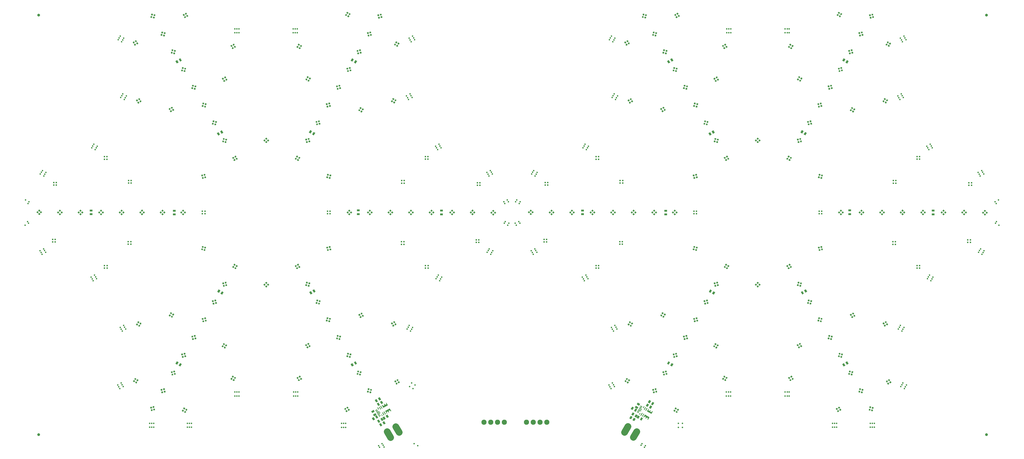
<source format=gbr>
G04 EAGLE Gerber RS-274X export*
G75*
%MOMM*%
%FSLAX34Y34*%
%LPD*%
%INSoldermask Top*%
%IPPOS*%
%AMOC8*
5,1,8,0,0,1.08239X$1,22.5*%
G01*
%ADD10C,0.550800*%
%ADD11R,0.600800X0.600800*%
%ADD12R,0.750800X1.050800*%
%ADD13C,1.050800*%
%ADD14R,0.600800X0.600800*%
%ADD15R,1.050800X0.750800*%
%ADD16C,2.550800*%
%ADD17R,1.150800X0.300800*%
%ADD18R,0.750800X0.300800*%
%ADD19C,1.930400*%

G36*
X1351126Y179754D02*
X1351126Y179754D01*
X1351127Y179754D01*
X1368014Y189504D01*
X1368016Y189511D01*
X1362516Y199037D01*
X1362510Y199039D01*
X1362509Y199039D01*
X1360344Y197789D01*
X1360343Y197787D01*
X1360342Y197786D01*
X1360343Y197785D01*
X1360342Y197783D01*
X1360343Y197783D01*
X1360342Y197782D01*
X1362840Y193457D01*
X1357652Y190462D01*
X1355155Y194787D01*
X1355152Y194789D01*
X1355151Y194789D01*
X1355150Y194789D01*
X1355149Y194789D01*
X1355148Y194789D01*
X1352983Y193539D01*
X1352981Y193533D01*
X1352981Y193532D01*
X1355479Y189207D01*
X1350291Y186212D01*
X1347794Y190537D01*
X1347787Y190539D01*
X1345622Y189289D01*
X1345620Y189284D01*
X1345620Y189283D01*
X1345620Y189282D01*
X1351120Y179756D01*
X1351126Y179754D01*
X1351126Y179754D01*
G37*
G36*
X1363626Y158104D02*
X1363626Y158104D01*
X1363627Y158104D01*
X1365792Y159354D01*
X1365794Y159360D01*
X1363296Y163686D01*
X1368484Y166681D01*
X1370981Y162355D01*
X1370988Y162353D01*
X1370988Y162354D01*
X1373153Y163604D01*
X1373154Y163607D01*
X1373155Y163608D01*
X1373155Y163610D01*
X1370657Y167936D01*
X1375845Y170931D01*
X1378342Y166605D01*
X1378349Y166603D01*
X1378349Y166604D01*
X1380514Y167854D01*
X1380516Y167860D01*
X1375016Y177387D01*
X1375010Y177389D01*
X1375010Y177388D01*
X1375009Y177389D01*
X1358122Y167639D01*
X1358120Y167634D01*
X1358120Y167632D01*
X1363620Y158105D01*
X1363626Y158103D01*
X1363626Y158104D01*
G37*
G36*
X2354899Y156659D02*
X2354899Y156659D01*
X2354900Y156659D01*
X2360400Y166186D01*
X2360400Y166187D01*
X2360398Y166192D01*
X2360398Y166193D01*
X2358233Y167443D01*
X2358226Y167441D01*
X2355728Y163115D01*
X2350541Y166110D01*
X2353038Y170436D01*
X2353037Y170442D01*
X2353037Y170443D01*
X2350872Y171693D01*
X2350871Y171692D01*
X2350870Y171692D01*
X2350869Y171692D01*
X2350868Y171692D01*
X2350865Y171691D01*
X2348367Y167365D01*
X2343180Y170360D01*
X2345677Y174686D01*
X2345677Y174688D01*
X2345677Y174689D01*
X2345676Y174692D01*
X2345675Y174693D01*
X2343510Y175943D01*
X2343504Y175941D01*
X2338004Y166414D01*
X2338005Y166408D01*
X2354893Y156658D01*
X2354899Y156659D01*
G37*
G36*
X2342399Y135008D02*
X2342399Y135008D01*
X2342399Y135009D01*
X2342400Y135009D01*
X2347900Y144535D01*
X2347900Y144536D01*
X2347898Y144542D01*
X2331010Y154292D01*
X2331004Y154291D01*
X2331004Y154290D01*
X2325504Y144764D01*
X2325505Y144757D01*
X2327670Y143507D01*
X2327677Y143508D01*
X2327677Y143509D01*
X2330175Y147835D01*
X2335362Y144840D01*
X2332865Y140514D01*
X2332865Y140513D01*
X2332864Y140512D01*
X2332865Y140511D01*
X2332866Y140507D01*
X2332867Y140507D01*
X2335032Y139257D01*
X2335038Y139258D01*
X2335038Y139259D01*
X2337536Y143585D01*
X2342723Y140590D01*
X2340226Y136264D01*
X2340227Y136257D01*
X2340228Y136257D01*
X2342393Y135007D01*
X2342399Y135008D01*
G37*
G36*
X2310789Y153258D02*
X2310789Y153258D01*
X2310789Y153259D01*
X2310790Y153259D01*
X2314290Y159321D01*
X2314290Y159322D01*
X2314290Y159323D01*
X2314289Y159324D01*
X2314288Y159328D01*
X2314288Y159327D01*
X2314288Y159328D01*
X2313205Y159953D01*
X2313203Y159952D01*
X2313202Y159953D01*
X2311494Y159496D01*
X2311493Y159494D01*
X2311491Y159494D01*
X2308616Y154514D01*
X2308617Y154507D01*
X2308618Y154507D01*
X2310783Y153257D01*
X2310789Y153258D01*
G37*
G36*
X1346739Y148354D02*
X1346739Y148354D01*
X1348904Y149604D01*
X1348907Y149610D01*
X1348906Y149610D01*
X1345406Y155673D01*
X1345400Y155675D01*
X1345400Y155674D01*
X1345399Y155674D01*
X1344317Y155049D01*
X1344316Y155047D01*
X1344315Y155046D01*
X1343857Y153339D01*
X1343858Y153338D01*
X1343857Y153337D01*
X1343858Y153337D01*
X1343858Y153335D01*
X1346733Y148355D01*
X1346739Y148353D01*
X1346739Y148354D01*
G37*
D10*
X2329070Y31403D03*
X2332820Y37899D03*
X2316080Y38903D03*
X2319830Y45399D03*
X2471122Y121339D03*
X2471122Y106339D03*
X2455809Y121339D03*
X2455809Y106339D03*
X2651240Y239152D03*
X2643740Y239152D03*
X2651240Y224152D03*
X2643740Y224152D03*
X2635927Y239152D03*
X2635927Y224152D03*
X2871240Y239152D03*
X2863740Y239152D03*
X2871240Y224152D03*
X2863740Y224152D03*
X2855927Y239152D03*
X2855927Y224152D03*
X3048740Y121652D03*
X3041240Y121652D03*
X3048740Y106652D03*
X3041240Y106652D03*
X3033427Y121652D03*
X3033427Y106652D03*
X3189990Y121652D03*
X3182490Y121652D03*
X3189990Y106652D03*
X3182490Y106652D03*
X3174677Y121652D03*
X3174677Y106652D03*
X2652490Y1601652D03*
X2644990Y1601652D03*
X2652490Y1586652D03*
X2644990Y1586652D03*
X2637177Y1601652D03*
X2637177Y1586652D03*
X2871240Y1601652D03*
X2863740Y1601652D03*
X2871240Y1586652D03*
X2863740Y1586652D03*
X2855927Y1601652D03*
X2855927Y1586652D03*
X3297070Y272847D03*
X3293320Y266352D03*
X3310060Y265347D03*
X3306310Y258852D03*
X3289414Y259585D03*
X3302404Y252085D03*
X3287747Y488771D03*
X3283997Y482276D03*
X3300737Y481271D03*
X3296987Y474776D03*
X3280090Y475510D03*
X3293081Y468010D03*
X3396497Y677521D03*
X3392747Y671026D03*
X3409487Y670021D03*
X3405737Y663526D03*
X3388840Y664260D03*
X3401831Y656760D03*
X3587747Y776271D03*
X3583997Y769776D03*
X3600737Y768771D03*
X3596987Y762276D03*
X3580090Y763010D03*
X3593081Y755510D03*
X1913997Y1070021D03*
X1910247Y1063526D03*
X1926987Y1062521D03*
X1923237Y1056026D03*
X1906340Y1056760D03*
X1919331Y1049260D03*
X2106497Y1168771D03*
X2102747Y1162276D03*
X2119487Y1161271D03*
X2115737Y1154776D03*
X2098840Y1155510D03*
X2111831Y1148010D03*
X2215247Y1357521D03*
X2211497Y1351026D03*
X2228237Y1350021D03*
X2224487Y1343526D03*
X2207590Y1344260D03*
X2220581Y1336760D03*
X3647459Y878714D03*
X3643709Y872219D03*
X3656700Y864719D03*
X1850726Y960017D03*
X1863716Y952517D03*
X1846819Y953250D03*
X1859810Y945750D03*
X2205385Y1573982D03*
X2201635Y1567487D03*
X2218375Y1566482D03*
X2214625Y1559987D03*
X2197729Y1560720D03*
X2210719Y1553220D03*
X2208931Y272847D03*
X2212681Y266352D03*
X2195941Y265347D03*
X2199691Y258852D03*
X2216588Y259585D03*
X2203597Y252085D03*
X2218254Y488771D03*
X2222004Y482276D03*
X2205264Y481271D03*
X2209014Y474776D03*
X2225911Y475510D03*
X2212921Y468010D03*
X2109504Y677521D03*
X2113254Y671026D03*
X2096514Y670021D03*
X2100264Y663526D03*
X2117161Y664260D03*
X2104171Y656760D03*
X1918254Y776271D03*
X1922004Y769776D03*
X1905264Y768771D03*
X1909014Y762276D03*
X1925911Y763010D03*
X1912921Y755510D03*
X3592004Y1070021D03*
X3595754Y1063526D03*
X3579014Y1062521D03*
X3582764Y1056026D03*
X3599661Y1056760D03*
X3586671Y1049260D03*
X3399504Y1168771D03*
X3403254Y1162276D03*
X3386514Y1161271D03*
X3390264Y1154776D03*
X3407161Y1155510D03*
X3394171Y1148010D03*
X3290754Y1357521D03*
X3294504Y1351026D03*
X3277764Y1350021D03*
X3281514Y1343526D03*
X3298411Y1344260D03*
X3285421Y1336760D03*
X1858542Y878714D03*
X1862292Y872219D03*
X1849302Y864719D03*
X3655276Y960017D03*
X3642285Y952517D03*
X3646192Y945750D03*
X3300616Y1573982D03*
X3304366Y1567487D03*
X3287626Y1566482D03*
X3291376Y1559987D03*
X3308273Y1560720D03*
X3295282Y1553220D03*
X1844783Y872159D03*
X1479501Y37899D03*
X1466511Y45399D03*
X1336930Y31403D03*
X1333180Y37899D03*
X1353670Y32408D03*
X1349920Y38903D03*
X1346170Y45399D03*
X1194878Y121339D03*
X1202378Y121339D03*
X1194878Y106339D03*
X1202378Y106339D03*
X1210191Y121339D03*
X1210191Y106339D03*
X1014760Y239152D03*
X1022260Y239152D03*
X1014760Y224152D03*
X1022260Y224152D03*
X1030073Y239152D03*
X1030073Y224152D03*
X794760Y239152D03*
X802260Y239152D03*
X794760Y224152D03*
X802260Y224152D03*
X810073Y239152D03*
X810073Y224152D03*
X617260Y121652D03*
X624760Y121652D03*
X617260Y106652D03*
X624760Y106652D03*
X632573Y121652D03*
X632573Y106652D03*
X476010Y121652D03*
X483510Y121652D03*
X476010Y106652D03*
X483510Y106652D03*
X491323Y121652D03*
X491323Y106652D03*
X1013510Y1601652D03*
X1021010Y1601652D03*
X1013510Y1586652D03*
X1021010Y1586652D03*
X1028823Y1601652D03*
X1028823Y1586652D03*
X794760Y1601652D03*
X802260Y1601652D03*
X794760Y1586652D03*
X802260Y1586652D03*
X810073Y1601652D03*
X810073Y1586652D03*
X368930Y272847D03*
X372680Y266352D03*
X355940Y265347D03*
X359690Y258852D03*
X376587Y259585D03*
X363596Y252085D03*
X378253Y488771D03*
X382003Y482276D03*
X365263Y481271D03*
X369013Y474776D03*
X385910Y475510D03*
X372919Y468010D03*
X269503Y677521D03*
X273253Y671026D03*
X256513Y670021D03*
X260263Y663526D03*
X277160Y664260D03*
X264169Y656760D03*
X78253Y776271D03*
X82003Y769776D03*
X65263Y768771D03*
X69013Y762276D03*
X85910Y763010D03*
X72919Y755510D03*
X1752003Y1070021D03*
X1755753Y1063526D03*
X1739013Y1062521D03*
X1742763Y1056026D03*
X1759660Y1056760D03*
X1746669Y1049260D03*
X1559503Y1168771D03*
X1563253Y1162276D03*
X1546513Y1161271D03*
X1550263Y1154776D03*
X1567160Y1155510D03*
X1554169Y1148010D03*
X1450753Y1357521D03*
X1454503Y1351026D03*
X1437763Y1350021D03*
X1441513Y1343526D03*
X1458410Y1344260D03*
X1445419Y1336760D03*
X18541Y878714D03*
X22291Y872219D03*
X9300Y864719D03*
X1815274Y960017D03*
X1802284Y952517D03*
X1819181Y953250D03*
X1806190Y945750D03*
X1460615Y1573982D03*
X1464365Y1567487D03*
X1447625Y1566482D03*
X1451375Y1559987D03*
X1468272Y1560720D03*
X1455281Y1553220D03*
X1457069Y272847D03*
X1470059Y265347D03*
X1449412Y259585D03*
X1462403Y252085D03*
X1447746Y488771D03*
X1443996Y482276D03*
X1460736Y481271D03*
X1456986Y474776D03*
X1440089Y475510D03*
X1453079Y468010D03*
X1556496Y677521D03*
X1552746Y671026D03*
X1569486Y670021D03*
X1565736Y663526D03*
X1548839Y664260D03*
X1561829Y656760D03*
X1747746Y776271D03*
X1743996Y769776D03*
X1760736Y768771D03*
X1756986Y762276D03*
X1740089Y763010D03*
X1753079Y755510D03*
X73996Y1070021D03*
X70246Y1063526D03*
X86986Y1062521D03*
X83236Y1056026D03*
X66339Y1056760D03*
X79329Y1049260D03*
X266496Y1168771D03*
X262746Y1162276D03*
X279486Y1161271D03*
X275736Y1154776D03*
X258839Y1155510D03*
X271829Y1148010D03*
X375246Y1357521D03*
X371496Y1351026D03*
X388236Y1350021D03*
X384486Y1343526D03*
X367589Y1344260D03*
X380579Y1336760D03*
X1807458Y878714D03*
X1803708Y872219D03*
X1816698Y864719D03*
X10724Y960017D03*
X23715Y952517D03*
X19808Y945750D03*
X365384Y1573982D03*
X361634Y1567487D03*
X378374Y1566482D03*
X374624Y1559987D03*
X357727Y1560720D03*
X370718Y1553220D03*
X1821217Y872159D03*
D11*
G36*
X2528135Y513751D02*
X2522332Y512196D01*
X2520777Y517999D01*
X2526580Y519554D01*
X2528135Y513751D01*
G37*
G36*
X2530594Y504575D02*
X2524791Y503020D01*
X2523236Y508823D01*
X2529039Y510378D01*
X2530594Y504575D01*
G37*
G36*
X2521417Y502116D02*
X2515614Y500561D01*
X2514059Y506364D01*
X2519862Y507919D01*
X2521417Y502116D01*
G37*
G36*
X2518959Y511292D02*
X2513156Y509737D01*
X2511601Y515540D01*
X2517404Y517095D01*
X2518959Y511292D01*
G37*
G36*
X2489661Y447191D02*
X2483858Y445636D01*
X2482303Y451439D01*
X2488106Y452994D01*
X2489661Y447191D01*
G37*
G36*
X2492119Y438014D02*
X2486316Y436459D01*
X2484761Y442262D01*
X2490564Y443817D01*
X2492119Y438014D01*
G37*
G36*
X2482943Y435556D02*
X2477140Y434001D01*
X2475585Y439804D01*
X2481388Y441359D01*
X2482943Y435556D01*
G37*
G36*
X2480484Y444732D02*
X2474681Y443177D01*
X2473126Y448980D01*
X2478929Y450535D01*
X2480484Y444732D01*
G37*
G36*
X2451150Y380494D02*
X2445347Y378939D01*
X2443792Y384742D01*
X2449595Y386297D01*
X2451150Y380494D01*
G37*
G36*
X2453608Y371317D02*
X2447805Y369762D01*
X2446250Y375565D01*
X2452053Y377120D01*
X2453608Y371317D01*
G37*
G36*
X2444432Y368858D02*
X2438629Y367303D01*
X2437074Y373106D01*
X2442877Y374661D01*
X2444432Y368858D01*
G37*
G36*
X2441973Y378035D02*
X2436170Y376480D01*
X2434615Y382283D01*
X2440418Y383838D01*
X2441973Y378035D01*
G37*
G36*
X2412675Y313933D02*
X2406872Y312378D01*
X2405317Y318181D01*
X2411120Y319736D01*
X2412675Y313933D01*
G37*
G36*
X2415134Y304757D02*
X2409331Y303202D01*
X2407776Y309005D01*
X2413579Y310560D01*
X2415134Y304757D01*
G37*
G36*
X2405958Y302298D02*
X2400155Y300743D01*
X2398600Y306546D01*
X2404403Y308101D01*
X2405958Y302298D01*
G37*
G36*
X2403499Y311474D02*
X2397696Y309919D01*
X2396141Y315722D01*
X2401944Y317277D01*
X2403499Y311474D01*
G37*
G36*
X2272385Y279056D02*
X2267183Y282060D01*
X2270187Y287262D01*
X2275389Y284258D01*
X2272385Y279056D01*
G37*
G36*
X2267635Y270829D02*
X2262433Y273833D01*
X2265437Y279035D01*
X2270639Y276031D01*
X2267635Y270829D01*
G37*
G36*
X2259408Y275579D02*
X2254206Y278583D01*
X2257210Y283785D01*
X2262412Y280781D01*
X2259408Y275579D01*
G37*
G36*
X2264158Y283806D02*
X2258956Y286810D01*
X2261960Y292012D01*
X2267162Y289008D01*
X2264158Y283806D01*
G37*
G36*
X2450298Y178288D02*
X2447294Y173086D01*
X2442092Y176090D01*
X2445096Y181292D01*
X2450298Y178288D01*
G37*
G36*
X2458526Y173538D02*
X2455522Y168336D01*
X2450320Y171340D01*
X2453324Y176542D01*
X2458526Y173538D01*
G37*
G36*
X2453776Y165311D02*
X2450772Y160109D01*
X2445570Y163113D01*
X2448574Y168315D01*
X2453776Y165311D01*
G37*
G36*
X2445548Y170061D02*
X2442544Y164859D01*
X2437342Y167863D01*
X2440346Y173065D01*
X2445548Y170061D01*
G37*
G36*
X2374343Y247326D02*
X2368540Y245771D01*
X2366985Y251574D01*
X2372788Y253129D01*
X2374343Y247326D01*
G37*
G36*
X2376802Y238149D02*
X2370999Y236594D01*
X2369444Y242397D01*
X2375247Y243952D01*
X2376802Y238149D01*
G37*
G36*
X2367626Y235691D02*
X2361823Y234136D01*
X2360268Y239939D01*
X2366071Y241494D01*
X2367626Y235691D01*
G37*
G36*
X2365167Y244867D02*
X2359364Y243312D01*
X2357809Y249115D01*
X2363612Y250670D01*
X2365167Y244867D01*
G37*
D12*
G36*
X2418602Y354448D02*
X2425104Y350694D01*
X2419850Y341594D01*
X2413348Y345348D01*
X2418602Y354448D01*
G37*
G36*
X2430726Y347448D02*
X2437228Y343694D01*
X2431974Y334594D01*
X2425472Y338348D01*
X2430726Y347448D01*
G37*
D11*
G36*
X2518853Y769649D02*
X2520408Y775452D01*
X2526211Y773897D01*
X2524656Y768094D01*
X2518853Y769649D01*
G37*
G36*
X2509676Y772108D02*
X2511231Y777911D01*
X2517034Y776356D01*
X2515479Y770553D01*
X2509676Y772108D01*
G37*
G36*
X2512135Y781284D02*
X2513690Y787087D01*
X2519493Y785532D01*
X2517938Y779729D01*
X2512135Y781284D01*
G37*
G36*
X2521311Y778826D02*
X2522866Y784629D01*
X2528669Y783074D01*
X2527114Y777271D01*
X2521311Y778826D01*
G37*
G36*
X2644021Y707525D02*
X2638819Y710529D01*
X2641823Y715731D01*
X2647025Y712727D01*
X2644021Y707525D01*
G37*
G36*
X2639271Y699298D02*
X2634069Y702302D01*
X2637073Y707504D01*
X2642275Y704500D01*
X2639271Y699298D01*
G37*
G36*
X2631044Y704048D02*
X2625842Y707052D01*
X2628846Y712254D01*
X2634048Y709250D01*
X2631044Y704048D01*
G37*
G36*
X2635794Y712275D02*
X2630592Y715279D01*
X2633596Y720481D01*
X2638798Y717477D01*
X2635794Y712275D01*
G37*
G36*
X2605022Y646979D02*
X2599219Y645424D01*
X2597664Y651227D01*
X2603467Y652782D01*
X2605022Y646979D01*
G37*
G36*
X2607481Y637803D02*
X2601678Y636248D01*
X2600123Y642051D01*
X2605926Y643606D01*
X2607481Y637803D01*
G37*
G36*
X2598304Y635344D02*
X2592501Y633789D01*
X2590946Y639592D01*
X2596749Y641147D01*
X2598304Y635344D01*
G37*
G36*
X2595846Y644521D02*
X2590043Y642966D01*
X2588488Y648769D01*
X2594291Y650324D01*
X2595846Y644521D01*
G37*
G36*
X2566597Y580332D02*
X2560794Y578777D01*
X2559239Y584580D01*
X2565042Y586135D01*
X2566597Y580332D01*
G37*
G36*
X2569056Y571156D02*
X2563253Y569601D01*
X2561698Y575404D01*
X2567501Y576959D01*
X2569056Y571156D01*
G37*
G36*
X2559880Y568697D02*
X2554077Y567142D01*
X2552522Y572945D01*
X2558325Y574500D01*
X2559880Y568697D01*
G37*
G36*
X2557421Y577873D02*
X2551618Y576318D01*
X2550063Y582121D01*
X2555866Y583676D01*
X2557421Y577873D01*
G37*
G36*
X2406156Y525625D02*
X2400954Y528629D01*
X2403958Y533831D01*
X2409160Y530827D01*
X2406156Y525625D01*
G37*
G36*
X2401406Y517398D02*
X2396204Y520402D01*
X2399208Y525604D01*
X2404410Y522600D01*
X2401406Y517398D01*
G37*
G36*
X2393179Y522148D02*
X2387977Y525152D01*
X2390981Y530354D01*
X2396183Y527350D01*
X2393179Y522148D01*
G37*
G36*
X2397929Y530375D02*
X2392727Y533379D01*
X2395731Y538581D01*
X2400933Y535577D01*
X2397929Y530375D01*
G37*
G36*
X2283698Y491835D02*
X2278496Y494839D01*
X2281500Y500041D01*
X2286702Y497037D01*
X2283698Y491835D01*
G37*
G36*
X2278948Y483608D02*
X2273746Y486612D01*
X2276750Y491814D01*
X2281952Y488810D01*
X2278948Y483608D01*
G37*
G36*
X2270721Y488358D02*
X2265519Y491362D01*
X2268523Y496564D01*
X2273725Y493560D01*
X2270721Y488358D01*
G37*
G36*
X2275471Y496585D02*
X2270269Y499589D01*
X2273273Y504791D01*
X2278475Y501787D01*
X2275471Y496585D01*
G37*
G36*
X2599088Y419778D02*
X2596084Y414576D01*
X2590882Y417580D01*
X2593886Y422782D01*
X2599088Y419778D01*
G37*
G36*
X2607315Y415028D02*
X2604311Y409826D01*
X2599109Y412830D01*
X2602113Y418032D01*
X2607315Y415028D01*
G37*
G36*
X2602565Y406800D02*
X2599561Y401598D01*
X2594359Y404602D01*
X2597363Y409804D01*
X2602565Y406800D01*
G37*
G36*
X2594338Y411550D02*
X2591334Y406348D01*
X2586132Y409352D01*
X2589136Y414554D01*
X2594338Y411550D01*
G37*
D12*
G36*
X2575247Y623958D02*
X2581749Y620204D01*
X2576495Y611104D01*
X2569993Y614858D01*
X2575247Y623958D01*
G37*
G36*
X2587371Y616958D02*
X2593873Y613204D01*
X2588619Y604104D01*
X2582117Y607858D01*
X2587371Y616958D01*
G37*
D11*
G36*
X2632397Y297804D02*
X2629393Y292602D01*
X2624191Y295606D01*
X2627195Y300808D01*
X2632397Y297804D01*
G37*
G36*
X2640624Y293054D02*
X2637620Y287852D01*
X2632418Y290856D01*
X2635422Y296058D01*
X2640624Y293054D01*
G37*
G36*
X2635874Y284827D02*
X2632870Y279625D01*
X2627668Y282629D01*
X2630672Y287831D01*
X2635874Y284827D01*
G37*
G36*
X2627647Y289577D02*
X2624643Y284375D01*
X2619441Y287379D01*
X2622445Y292581D01*
X2627647Y289577D01*
G37*
D13*
X60000Y78888D03*
X60000Y1652646D03*
X3610000Y78888D03*
X3610000Y1652646D03*
D11*
G36*
X2295186Y908550D02*
X2290938Y912798D01*
X2295186Y917046D01*
X2299434Y912798D01*
X2295186Y908550D01*
G37*
G36*
X2288468Y901832D02*
X2284220Y906080D01*
X2288468Y910328D01*
X2292716Y906080D01*
X2288468Y901832D01*
G37*
G36*
X2281751Y908550D02*
X2277503Y912798D01*
X2281751Y917046D01*
X2285999Y912798D01*
X2281751Y908550D01*
G37*
G36*
X2288468Y915268D02*
X2284220Y919516D01*
X2288468Y923764D01*
X2292716Y919516D01*
X2288468Y915268D01*
G37*
G36*
X2218305Y908590D02*
X2214057Y912838D01*
X2218305Y917086D01*
X2222553Y912838D01*
X2218305Y908590D01*
G37*
G36*
X2211588Y901872D02*
X2207340Y906120D01*
X2211588Y910368D01*
X2215836Y906120D01*
X2211588Y901872D01*
G37*
G36*
X2204870Y908590D02*
X2200622Y912838D01*
X2204870Y917086D01*
X2209118Y912838D01*
X2204870Y908590D01*
G37*
G36*
X2211588Y915307D02*
X2207340Y919555D01*
X2211588Y923803D01*
X2215836Y919555D01*
X2211588Y915307D01*
G37*
G36*
X2141288Y908592D02*
X2137040Y912840D01*
X2141288Y917088D01*
X2145536Y912840D01*
X2141288Y908592D01*
G37*
G36*
X2134571Y901875D02*
X2130323Y906123D01*
X2134571Y910371D01*
X2138819Y906123D01*
X2134571Y901875D01*
G37*
G36*
X2127853Y908592D02*
X2123605Y912840D01*
X2127853Y917088D01*
X2132101Y912840D01*
X2127853Y908592D01*
G37*
G36*
X2134571Y915310D02*
X2130323Y919558D01*
X2134571Y923806D01*
X2138819Y919558D01*
X2134571Y915310D01*
G37*
G36*
X2064408Y908632D02*
X2060160Y912880D01*
X2064408Y917128D01*
X2068656Y912880D01*
X2064408Y908632D01*
G37*
G36*
X2057691Y901914D02*
X2053443Y906162D01*
X2057691Y910410D01*
X2061939Y906162D01*
X2057691Y901914D01*
G37*
G36*
X2050973Y908632D02*
X2046725Y912880D01*
X2050973Y917128D01*
X2055221Y912880D01*
X2050973Y908632D01*
G37*
G36*
X2057691Y915349D02*
X2053443Y919597D01*
X2057691Y923845D01*
X2061939Y919597D01*
X2057691Y915349D01*
G37*
D14*
X1967063Y1015692D03*
X1957563Y1015692D03*
X1957563Y1025192D03*
X1967063Y1025192D03*
X1962745Y811231D03*
X1962745Y801731D03*
X1953245Y801731D03*
X1953245Y811231D03*
D11*
G36*
X1987559Y908525D02*
X1983311Y912773D01*
X1987559Y917021D01*
X1991807Y912773D01*
X1987559Y908525D01*
G37*
G36*
X1980841Y901807D02*
X1976593Y906055D01*
X1980841Y910303D01*
X1985089Y906055D01*
X1980841Y901807D01*
G37*
G36*
X1974124Y908525D02*
X1969876Y912773D01*
X1974124Y917021D01*
X1978372Y912773D01*
X1974124Y908525D01*
G37*
G36*
X1980841Y915242D02*
X1976593Y919490D01*
X1980841Y923738D01*
X1985089Y919490D01*
X1980841Y915242D01*
G37*
D15*
X2097204Y920003D03*
X2097204Y906003D03*
D11*
G36*
X1909975Y909258D02*
X1905727Y913506D01*
X1909975Y917754D01*
X1914223Y913506D01*
X1909975Y909258D01*
G37*
G36*
X1903257Y902541D02*
X1899009Y906789D01*
X1903257Y911037D01*
X1907505Y906789D01*
X1903257Y902541D01*
G37*
G36*
X1896540Y909258D02*
X1892292Y913506D01*
X1896540Y917754D01*
X1900788Y913506D01*
X1896540Y909258D01*
G37*
G36*
X1903257Y915976D02*
X1899009Y920224D01*
X1903257Y924472D01*
X1907505Y920224D01*
X1903257Y915976D01*
G37*
G36*
X2512159Y1044538D02*
X2517962Y1046093D01*
X2519517Y1040290D01*
X2513714Y1038735D01*
X2512159Y1044538D01*
G37*
G36*
X2509700Y1053714D02*
X2515503Y1055269D01*
X2517058Y1049466D01*
X2511255Y1047911D01*
X2509700Y1053714D01*
G37*
G36*
X2518876Y1056173D02*
X2524679Y1057728D01*
X2526234Y1051925D01*
X2520431Y1050370D01*
X2518876Y1056173D01*
G37*
G36*
X2521335Y1046996D02*
X2527138Y1048551D01*
X2528693Y1042748D01*
X2522890Y1041193D01*
X2521335Y1046996D01*
G37*
D14*
X2523946Y908080D03*
X2514446Y908080D03*
X2514446Y917580D03*
X2523946Y917580D03*
D11*
G36*
X2449008Y908578D02*
X2444760Y912826D01*
X2449008Y917074D01*
X2453256Y912826D01*
X2449008Y908578D01*
G37*
G36*
X2442290Y901861D02*
X2438042Y906109D01*
X2442290Y910357D01*
X2446538Y906109D01*
X2442290Y901861D01*
G37*
G36*
X2435573Y908578D02*
X2431325Y912826D01*
X2435573Y917074D01*
X2439821Y912826D01*
X2435573Y908578D01*
G37*
G36*
X2442290Y915296D02*
X2438042Y919544D01*
X2442290Y923792D01*
X2446538Y919544D01*
X2442290Y915296D01*
G37*
G36*
X2372078Y908531D02*
X2367830Y912779D01*
X2372078Y917027D01*
X2376326Y912779D01*
X2372078Y908531D01*
G37*
G36*
X2365360Y901813D02*
X2361112Y906061D01*
X2365360Y910309D01*
X2369608Y906061D01*
X2365360Y901813D01*
G37*
G36*
X2358643Y908531D02*
X2354395Y912779D01*
X2358643Y917027D01*
X2362891Y912779D01*
X2358643Y908531D01*
G37*
G36*
X2365360Y915249D02*
X2361112Y919497D01*
X2365360Y923745D01*
X2369608Y919497D01*
X2365360Y915249D01*
G37*
D14*
X2247483Y1023127D03*
X2237983Y1023127D03*
X2237983Y1032627D03*
X2247483Y1032627D03*
X2156991Y1112283D03*
X2147491Y1112283D03*
X2147491Y1121783D03*
X2156991Y1121783D03*
X2246275Y803120D03*
X2246275Y793620D03*
X2236775Y793620D03*
X2236775Y803120D03*
D15*
X2408930Y919099D03*
X2408930Y905099D03*
D14*
X2157298Y713287D03*
X2157298Y703787D03*
X2147798Y703787D03*
X2147798Y713287D03*
D11*
G36*
X2520617Y1307689D02*
X2522172Y1313492D01*
X2527975Y1311937D01*
X2526420Y1306134D01*
X2520617Y1307689D01*
G37*
G36*
X2511440Y1310148D02*
X2512995Y1315951D01*
X2518798Y1314396D01*
X2517243Y1308593D01*
X2511440Y1310148D01*
G37*
G36*
X2513899Y1319324D02*
X2515454Y1325127D01*
X2521257Y1323572D01*
X2519702Y1317769D01*
X2513899Y1319324D01*
G37*
G36*
X2523075Y1316866D02*
X2524630Y1322669D01*
X2530433Y1321114D01*
X2528878Y1315311D01*
X2523075Y1316866D01*
G37*
G36*
X2482211Y1374289D02*
X2483766Y1380092D01*
X2489569Y1378537D01*
X2488014Y1372734D01*
X2482211Y1374289D01*
G37*
G36*
X2473034Y1376748D02*
X2474589Y1382551D01*
X2480392Y1380996D01*
X2478837Y1375193D01*
X2473034Y1376748D01*
G37*
G36*
X2475493Y1385924D02*
X2477048Y1391727D01*
X2482851Y1390172D01*
X2481296Y1384369D01*
X2475493Y1385924D01*
G37*
G36*
X2484669Y1383466D02*
X2486224Y1389269D01*
X2492027Y1387714D01*
X2490472Y1381911D01*
X2484669Y1383466D01*
G37*
G36*
X2443705Y1440989D02*
X2445260Y1446792D01*
X2451063Y1445237D01*
X2449508Y1439434D01*
X2443705Y1440989D01*
G37*
G36*
X2434528Y1443448D02*
X2436083Y1449251D01*
X2441886Y1447696D01*
X2440331Y1441893D01*
X2434528Y1443448D01*
G37*
G36*
X2436987Y1452624D02*
X2438542Y1458427D01*
X2444345Y1456872D01*
X2442790Y1451069D01*
X2436987Y1452624D01*
G37*
G36*
X2446164Y1450166D02*
X2447719Y1455969D01*
X2453522Y1454414D01*
X2451967Y1448611D01*
X2446164Y1450166D01*
G37*
G36*
X2405299Y1507589D02*
X2406854Y1513392D01*
X2412657Y1511837D01*
X2411102Y1506034D01*
X2405299Y1507589D01*
G37*
G36*
X2396123Y1510048D02*
X2397678Y1515851D01*
X2403481Y1514296D01*
X2401926Y1508493D01*
X2396123Y1510048D01*
G37*
G36*
X2398581Y1519224D02*
X2400136Y1525027D01*
X2405939Y1523472D01*
X2404384Y1517669D01*
X2398581Y1519224D01*
G37*
G36*
X2407758Y1516766D02*
X2409313Y1522569D01*
X2415116Y1521014D01*
X2413561Y1515211D01*
X2407758Y1516766D01*
G37*
G36*
X2445240Y1646522D02*
X2450442Y1649526D01*
X2453446Y1644324D01*
X2448244Y1641320D01*
X2445240Y1646522D01*
G37*
G36*
X2440490Y1654749D02*
X2445692Y1657753D01*
X2448696Y1652551D01*
X2443494Y1649547D01*
X2440490Y1654749D01*
G37*
G36*
X2448717Y1659499D02*
X2453919Y1662503D01*
X2456923Y1657301D01*
X2451721Y1654297D01*
X2448717Y1659499D01*
G37*
G36*
X2453467Y1651272D02*
X2458669Y1654276D01*
X2461673Y1649074D01*
X2456471Y1646070D01*
X2453467Y1651272D01*
G37*
G36*
X2269016Y1542829D02*
X2266012Y1548031D01*
X2271214Y1551035D01*
X2274218Y1545833D01*
X2269016Y1542829D01*
G37*
G36*
X2260789Y1538079D02*
X2257785Y1543281D01*
X2262987Y1546285D01*
X2265991Y1541083D01*
X2260789Y1538079D01*
G37*
G36*
X2256039Y1546306D02*
X2253035Y1551508D01*
X2258237Y1554512D01*
X2261241Y1549310D01*
X2256039Y1546306D01*
G37*
G36*
X2264266Y1551056D02*
X2261262Y1556258D01*
X2266464Y1559262D01*
X2269468Y1554060D01*
X2264266Y1551056D01*
G37*
G36*
X2366781Y1574089D02*
X2368336Y1579892D01*
X2374139Y1578337D01*
X2372584Y1572534D01*
X2366781Y1574089D01*
G37*
G36*
X2357605Y1576548D02*
X2359160Y1582351D01*
X2364963Y1580796D01*
X2363408Y1574993D01*
X2357605Y1576548D01*
G37*
G36*
X2360064Y1585724D02*
X2361619Y1591527D01*
X2367422Y1589972D01*
X2365867Y1584169D01*
X2360064Y1585724D01*
G37*
G36*
X2369240Y1583266D02*
X2370795Y1589069D01*
X2376598Y1587514D01*
X2375043Y1581711D01*
X2369240Y1583266D01*
G37*
D12*
G36*
X2437423Y1482200D02*
X2430921Y1478446D01*
X2425667Y1487546D01*
X2432169Y1491300D01*
X2437423Y1482200D01*
G37*
G36*
X2425298Y1475200D02*
X2418796Y1471446D01*
X2413542Y1480546D01*
X2420044Y1484300D01*
X2425298Y1475200D01*
G37*
D11*
G36*
X2328625Y1641646D02*
X2330180Y1647449D01*
X2335983Y1645894D01*
X2334428Y1640091D01*
X2328625Y1641646D01*
G37*
G36*
X2319448Y1644105D02*
X2321003Y1649908D01*
X2326806Y1648353D01*
X2325251Y1642550D01*
X2319448Y1644105D01*
G37*
G36*
X2321907Y1653281D02*
X2323462Y1659084D01*
X2329265Y1657529D01*
X2327710Y1651726D01*
X2321907Y1653281D01*
G37*
G36*
X2331083Y1650822D02*
X2332638Y1656625D01*
X2338441Y1655070D01*
X2336886Y1649267D01*
X2331083Y1650822D01*
G37*
G36*
X2746872Y1187779D02*
X2751120Y1183531D01*
X2746872Y1179283D01*
X2742624Y1183531D01*
X2746872Y1187779D01*
G37*
G36*
X2753590Y1194496D02*
X2757838Y1190248D01*
X2753590Y1186000D01*
X2749342Y1190248D01*
X2753590Y1194496D01*
G37*
G36*
X2760307Y1187779D02*
X2764555Y1183531D01*
X2760307Y1179283D01*
X2756059Y1183531D01*
X2760307Y1187779D01*
G37*
G36*
X2753590Y1181061D02*
X2757838Y1176813D01*
X2753590Y1172565D01*
X2749342Y1176813D01*
X2753590Y1181061D01*
G37*
G36*
X2630487Y1110441D02*
X2635689Y1113445D01*
X2638693Y1108243D01*
X2633491Y1105239D01*
X2630487Y1110441D01*
G37*
G36*
X2625737Y1118669D02*
X2630939Y1121673D01*
X2633943Y1116471D01*
X2628741Y1113467D01*
X2625737Y1118669D01*
G37*
G36*
X2633964Y1123419D02*
X2639166Y1126423D01*
X2642170Y1121221D01*
X2636968Y1118217D01*
X2633964Y1123419D01*
G37*
G36*
X2638714Y1115191D02*
X2643916Y1118195D01*
X2646920Y1112993D01*
X2641718Y1109989D01*
X2638714Y1115191D01*
G37*
G36*
X2597552Y1174489D02*
X2599107Y1180292D01*
X2604910Y1178737D01*
X2603355Y1172934D01*
X2597552Y1174489D01*
G37*
G36*
X2588376Y1176948D02*
X2589931Y1182751D01*
X2595734Y1181196D01*
X2594179Y1175393D01*
X2588376Y1176948D01*
G37*
G36*
X2590835Y1186124D02*
X2592390Y1191927D01*
X2598193Y1190372D01*
X2596638Y1184569D01*
X2590835Y1186124D01*
G37*
G36*
X2600011Y1183666D02*
X2601566Y1189469D01*
X2607369Y1187914D01*
X2605814Y1182111D01*
X2600011Y1183666D01*
G37*
G36*
X2559046Y1241089D02*
X2560601Y1246892D01*
X2566404Y1245337D01*
X2564849Y1239534D01*
X2559046Y1241089D01*
G37*
G36*
X2549870Y1243548D02*
X2551425Y1249351D01*
X2557228Y1247796D01*
X2555673Y1241993D01*
X2549870Y1243548D01*
G37*
G36*
X2552329Y1252725D02*
X2553884Y1258528D01*
X2559687Y1256973D01*
X2558132Y1251170D01*
X2552329Y1252725D01*
G37*
G36*
X2561505Y1250266D02*
X2563060Y1256069D01*
X2568863Y1254514D01*
X2567308Y1248711D01*
X2561505Y1250266D01*
G37*
G36*
X2591889Y1407388D02*
X2597091Y1410392D01*
X2600095Y1405190D01*
X2594893Y1402186D01*
X2591889Y1407388D01*
G37*
G36*
X2587139Y1415615D02*
X2592341Y1418619D01*
X2595345Y1413417D01*
X2590143Y1410413D01*
X2587139Y1415615D01*
G37*
G36*
X2595366Y1420365D02*
X2600568Y1423369D01*
X2603572Y1418167D01*
X2598370Y1415163D01*
X2595366Y1420365D01*
G37*
G36*
X2600116Y1412138D02*
X2605318Y1415142D01*
X2608322Y1409940D01*
X2603120Y1406936D01*
X2600116Y1412138D01*
G37*
G36*
X2623855Y1530335D02*
X2629057Y1533339D01*
X2632061Y1528137D01*
X2626859Y1525133D01*
X2623855Y1530335D01*
G37*
G36*
X2619105Y1538562D02*
X2624307Y1541566D01*
X2627311Y1536364D01*
X2622109Y1533360D01*
X2619105Y1538562D01*
G37*
G36*
X2627332Y1543312D02*
X2632534Y1546316D01*
X2635538Y1541114D01*
X2630336Y1538110D01*
X2627332Y1543312D01*
G37*
G36*
X2632082Y1535085D02*
X2637284Y1538089D01*
X2640288Y1532887D01*
X2635086Y1529883D01*
X2632082Y1535085D01*
G37*
G36*
X2403758Y1293229D02*
X2400754Y1298431D01*
X2405956Y1301435D01*
X2408960Y1296233D01*
X2403758Y1293229D01*
G37*
G36*
X2395530Y1288479D02*
X2392526Y1293681D01*
X2397728Y1296685D01*
X2400732Y1291483D01*
X2395530Y1288479D01*
G37*
G36*
X2390780Y1296706D02*
X2387776Y1301908D01*
X2392978Y1304912D01*
X2395982Y1299710D01*
X2390780Y1296706D01*
G37*
G36*
X2399008Y1301456D02*
X2396004Y1306658D01*
X2401206Y1309662D01*
X2404210Y1304460D01*
X2399008Y1301456D01*
G37*
D12*
G36*
X2592503Y1211786D02*
X2586001Y1208032D01*
X2580747Y1217132D01*
X2587249Y1220886D01*
X2592503Y1211786D01*
G37*
G36*
X2580379Y1204786D02*
X2573877Y1201032D01*
X2568623Y1210132D01*
X2575125Y1213886D01*
X2580379Y1204786D01*
G37*
D11*
G36*
X2281471Y1325369D02*
X2278467Y1330571D01*
X2283669Y1333575D01*
X2286673Y1328373D01*
X2281471Y1325369D01*
G37*
G36*
X2273244Y1320619D02*
X2270240Y1325821D01*
X2275442Y1328825D01*
X2278446Y1323623D01*
X2273244Y1320619D01*
G37*
G36*
X2268494Y1328846D02*
X2265490Y1334048D01*
X2270692Y1337052D01*
X2273696Y1331850D01*
X2268494Y1328846D01*
G37*
G36*
X2276721Y1333596D02*
X2273717Y1338798D01*
X2278919Y1341802D01*
X2281923Y1336600D01*
X2276721Y1333596D01*
G37*
G36*
X2978997Y1312030D02*
X2984800Y1313585D01*
X2986355Y1307782D01*
X2980552Y1306227D01*
X2978997Y1312030D01*
G37*
G36*
X2976538Y1321206D02*
X2982341Y1322761D01*
X2983896Y1316958D01*
X2978093Y1315403D01*
X2976538Y1321206D01*
G37*
G36*
X2985715Y1323665D02*
X2991518Y1325220D01*
X2993073Y1319417D01*
X2987270Y1317862D01*
X2985715Y1323665D01*
G37*
G36*
X2988173Y1314489D02*
X2993976Y1316044D01*
X2995531Y1310241D01*
X2989728Y1308686D01*
X2988173Y1314489D01*
G37*
G36*
X3017471Y1378590D02*
X3023274Y1380145D01*
X3024829Y1374342D01*
X3019026Y1372787D01*
X3017471Y1378590D01*
G37*
G36*
X3015013Y1387767D02*
X3020816Y1389322D01*
X3022371Y1383519D01*
X3016568Y1381964D01*
X3015013Y1387767D01*
G37*
G36*
X3024189Y1390226D02*
X3029992Y1391781D01*
X3031547Y1385978D01*
X3025744Y1384423D01*
X3024189Y1390226D01*
G37*
G36*
X3026648Y1381049D02*
X3032451Y1382604D01*
X3034006Y1376801D01*
X3028203Y1375246D01*
X3026648Y1381049D01*
G37*
G36*
X3055982Y1445288D02*
X3061785Y1446843D01*
X3063340Y1441040D01*
X3057537Y1439485D01*
X3055982Y1445288D01*
G37*
G36*
X3053524Y1454464D02*
X3059327Y1456019D01*
X3060882Y1450216D01*
X3055079Y1448661D01*
X3053524Y1454464D01*
G37*
G36*
X3062700Y1456923D02*
X3068503Y1458478D01*
X3070058Y1452675D01*
X3064255Y1451120D01*
X3062700Y1456923D01*
G37*
G36*
X3065159Y1447746D02*
X3070962Y1449301D01*
X3072517Y1443498D01*
X3066714Y1441943D01*
X3065159Y1447746D01*
G37*
G36*
X3094457Y1511848D02*
X3100260Y1513403D01*
X3101815Y1507600D01*
X3096012Y1506045D01*
X3094457Y1511848D01*
G37*
G36*
X3091998Y1521024D02*
X3097801Y1522579D01*
X3099356Y1516776D01*
X3093553Y1515221D01*
X3091998Y1521024D01*
G37*
G36*
X3101174Y1523483D02*
X3106977Y1525038D01*
X3108532Y1519235D01*
X3102729Y1517680D01*
X3101174Y1523483D01*
G37*
G36*
X3103633Y1514307D02*
X3109436Y1515862D01*
X3110991Y1510059D01*
X3105188Y1508504D01*
X3103633Y1514307D01*
G37*
G36*
X3234747Y1546725D02*
X3239949Y1543721D01*
X3236945Y1538519D01*
X3231743Y1541523D01*
X3234747Y1546725D01*
G37*
G36*
X3239497Y1554952D02*
X3244699Y1551948D01*
X3241695Y1546746D01*
X3236493Y1549750D01*
X3239497Y1554952D01*
G37*
G36*
X3247724Y1550202D02*
X3252926Y1547198D01*
X3249922Y1541996D01*
X3244720Y1545000D01*
X3247724Y1550202D01*
G37*
G36*
X3242974Y1541975D02*
X3248176Y1538971D01*
X3245172Y1533769D01*
X3239970Y1536773D01*
X3242974Y1541975D01*
G37*
G36*
X3056834Y1647493D02*
X3059838Y1652695D01*
X3065040Y1649691D01*
X3062036Y1644489D01*
X3056834Y1647493D01*
G37*
G36*
X3048606Y1652243D02*
X3051610Y1657445D01*
X3056812Y1654441D01*
X3053808Y1649239D01*
X3048606Y1652243D01*
G37*
G36*
X3053356Y1660470D02*
X3056360Y1665672D01*
X3061562Y1662668D01*
X3058558Y1657466D01*
X3053356Y1660470D01*
G37*
G36*
X3061584Y1655720D02*
X3064588Y1660922D01*
X3069790Y1657918D01*
X3066786Y1652716D01*
X3061584Y1655720D01*
G37*
G36*
X3132789Y1578455D02*
X3138592Y1580010D01*
X3140147Y1574207D01*
X3134344Y1572652D01*
X3132789Y1578455D01*
G37*
G36*
X3130330Y1587632D02*
X3136133Y1589187D01*
X3137688Y1583384D01*
X3131885Y1581829D01*
X3130330Y1587632D01*
G37*
G36*
X3139506Y1590090D02*
X3145309Y1591645D01*
X3146864Y1585842D01*
X3141061Y1584287D01*
X3139506Y1590090D01*
G37*
G36*
X3141965Y1580914D02*
X3147768Y1582469D01*
X3149323Y1576666D01*
X3143520Y1575111D01*
X3141965Y1580914D01*
G37*
D12*
G36*
X3088530Y1471333D02*
X3082028Y1475087D01*
X3087282Y1484187D01*
X3093784Y1480433D01*
X3088530Y1471333D01*
G37*
G36*
X3076406Y1478333D02*
X3069904Y1482087D01*
X3075158Y1491187D01*
X3081660Y1487433D01*
X3076406Y1478333D01*
G37*
D11*
G36*
X3172216Y1645278D02*
X3178019Y1646833D01*
X3179574Y1641030D01*
X3173771Y1639475D01*
X3172216Y1645278D01*
G37*
G36*
X3169757Y1654454D02*
X3175560Y1656009D01*
X3177115Y1650206D01*
X3171312Y1648651D01*
X3169757Y1654454D01*
G37*
G36*
X3178933Y1656913D02*
X3184736Y1658468D01*
X3186291Y1652665D01*
X3180488Y1651110D01*
X3178933Y1656913D01*
G37*
G36*
X3181392Y1647737D02*
X3187195Y1649292D01*
X3188750Y1643489D01*
X3182947Y1641934D01*
X3181392Y1647737D01*
G37*
G36*
X2988279Y1056132D02*
X2986724Y1050329D01*
X2980921Y1051884D01*
X2982476Y1057687D01*
X2988279Y1056132D01*
G37*
G36*
X2997456Y1053673D02*
X2995901Y1047870D01*
X2990098Y1049425D01*
X2991653Y1055228D01*
X2997456Y1053673D01*
G37*
G36*
X2994997Y1044497D02*
X2993442Y1038694D01*
X2987639Y1040249D01*
X2989194Y1046052D01*
X2994997Y1044497D01*
G37*
G36*
X2985821Y1046956D02*
X2984266Y1041153D01*
X2978463Y1042708D01*
X2980018Y1048511D01*
X2985821Y1046956D01*
G37*
G36*
X2863111Y1118256D02*
X2868313Y1115252D01*
X2865309Y1110050D01*
X2860107Y1113054D01*
X2863111Y1118256D01*
G37*
G36*
X2867861Y1126483D02*
X2873063Y1123479D01*
X2870059Y1118277D01*
X2864857Y1121281D01*
X2867861Y1126483D01*
G37*
G36*
X2876088Y1121733D02*
X2881290Y1118729D01*
X2878286Y1113527D01*
X2873084Y1116531D01*
X2876088Y1121733D01*
G37*
G36*
X2871338Y1113506D02*
X2876540Y1110502D01*
X2873536Y1105300D01*
X2868334Y1108304D01*
X2871338Y1113506D01*
G37*
G36*
X2902110Y1178802D02*
X2907913Y1180357D01*
X2909468Y1174554D01*
X2903665Y1172999D01*
X2902110Y1178802D01*
G37*
G36*
X2899651Y1187978D02*
X2905454Y1189533D01*
X2907009Y1183730D01*
X2901206Y1182175D01*
X2899651Y1187978D01*
G37*
G36*
X2908828Y1190437D02*
X2914631Y1191992D01*
X2916186Y1186189D01*
X2910383Y1184634D01*
X2908828Y1190437D01*
G37*
G36*
X2911287Y1181261D02*
X2917090Y1182816D01*
X2918645Y1177013D01*
X2912842Y1175458D01*
X2911287Y1181261D01*
G37*
G36*
X2940535Y1245449D02*
X2946338Y1247004D01*
X2947893Y1241201D01*
X2942090Y1239646D01*
X2940535Y1245449D01*
G37*
G36*
X2938076Y1254625D02*
X2943879Y1256180D01*
X2945434Y1250377D01*
X2939631Y1248822D01*
X2938076Y1254625D01*
G37*
G36*
X2947252Y1257084D02*
X2953055Y1258639D01*
X2954610Y1252836D01*
X2948807Y1251281D01*
X2947252Y1257084D01*
G37*
G36*
X2949711Y1247908D02*
X2955514Y1249463D01*
X2957069Y1243660D01*
X2951266Y1242105D01*
X2949711Y1247908D01*
G37*
G36*
X3100976Y1300156D02*
X3106178Y1297152D01*
X3103174Y1291950D01*
X3097972Y1294954D01*
X3100976Y1300156D01*
G37*
G36*
X3105726Y1308383D02*
X3110928Y1305379D01*
X3107924Y1300177D01*
X3102722Y1303181D01*
X3105726Y1308383D01*
G37*
G36*
X3113953Y1303633D02*
X3119155Y1300629D01*
X3116151Y1295427D01*
X3110949Y1298431D01*
X3113953Y1303633D01*
G37*
G36*
X3109203Y1295406D02*
X3114405Y1292402D01*
X3111401Y1287200D01*
X3106199Y1290204D01*
X3109203Y1295406D01*
G37*
G36*
X3223434Y1333946D02*
X3228636Y1330942D01*
X3225632Y1325740D01*
X3220430Y1328744D01*
X3223434Y1333946D01*
G37*
G36*
X3228184Y1342174D02*
X3233386Y1339170D01*
X3230382Y1333968D01*
X3225180Y1336972D01*
X3228184Y1342174D01*
G37*
G36*
X3236411Y1337424D02*
X3241613Y1334420D01*
X3238609Y1329218D01*
X3233407Y1332222D01*
X3236411Y1337424D01*
G37*
G36*
X3231661Y1329196D02*
X3236863Y1326192D01*
X3233859Y1320990D01*
X3228657Y1323994D01*
X3231661Y1329196D01*
G37*
G36*
X2908044Y1406004D02*
X2911048Y1411206D01*
X2916250Y1408202D01*
X2913246Y1403000D01*
X2908044Y1406004D01*
G37*
G36*
X2899817Y1410754D02*
X2902821Y1415956D01*
X2908023Y1412952D01*
X2905019Y1407750D01*
X2899817Y1410754D01*
G37*
G36*
X2904567Y1418981D02*
X2907571Y1424183D01*
X2912773Y1421179D01*
X2909769Y1415977D01*
X2904567Y1418981D01*
G37*
G36*
X2912794Y1414231D02*
X2915798Y1419433D01*
X2921000Y1416429D01*
X2917996Y1411227D01*
X2912794Y1414231D01*
G37*
D12*
G36*
X2931885Y1201823D02*
X2925383Y1205577D01*
X2930637Y1214677D01*
X2937139Y1210923D01*
X2931885Y1201823D01*
G37*
G36*
X2919761Y1208823D02*
X2913259Y1212577D01*
X2918513Y1221677D01*
X2925015Y1217923D01*
X2919761Y1208823D01*
G37*
D11*
G36*
X2874735Y1527977D02*
X2877739Y1533179D01*
X2882941Y1530175D01*
X2879937Y1524973D01*
X2874735Y1527977D01*
G37*
G36*
X2866508Y1532727D02*
X2869512Y1537929D01*
X2874714Y1534925D01*
X2871710Y1529723D01*
X2866508Y1532727D01*
G37*
G36*
X2871258Y1540954D02*
X2874262Y1546156D01*
X2879464Y1543152D01*
X2876460Y1537950D01*
X2871258Y1540954D01*
G37*
G36*
X2879485Y1536204D02*
X2882489Y1541406D01*
X2887691Y1538402D01*
X2884687Y1533200D01*
X2879485Y1536204D01*
G37*
G36*
X3211946Y917231D02*
X3216194Y912983D01*
X3211946Y908735D01*
X3207698Y912983D01*
X3211946Y917231D01*
G37*
G36*
X3218664Y923949D02*
X3222912Y919701D01*
X3218664Y915453D01*
X3214416Y919701D01*
X3218664Y923949D01*
G37*
G36*
X3225381Y917231D02*
X3229629Y912983D01*
X3225381Y908735D01*
X3221133Y912983D01*
X3225381Y917231D01*
G37*
G36*
X3218664Y910514D02*
X3222912Y906266D01*
X3218664Y902018D01*
X3214416Y906266D01*
X3218664Y910514D01*
G37*
G36*
X3288827Y917192D02*
X3293075Y912944D01*
X3288827Y908696D01*
X3284579Y912944D01*
X3288827Y917192D01*
G37*
G36*
X3295544Y923909D02*
X3299792Y919661D01*
X3295544Y915413D01*
X3291296Y919661D01*
X3295544Y923909D01*
G37*
G36*
X3302262Y917192D02*
X3306510Y912944D01*
X3302262Y908696D01*
X3298014Y912944D01*
X3302262Y917192D01*
G37*
G36*
X3295544Y910474D02*
X3299792Y906226D01*
X3295544Y901978D01*
X3291296Y906226D01*
X3295544Y910474D01*
G37*
G36*
X3365844Y917189D02*
X3370092Y912941D01*
X3365844Y908693D01*
X3361596Y912941D01*
X3365844Y917189D01*
G37*
G36*
X3372561Y923906D02*
X3376809Y919658D01*
X3372561Y915410D01*
X3368313Y919658D01*
X3372561Y923906D01*
G37*
G36*
X3379279Y917189D02*
X3383527Y912941D01*
X3379279Y908693D01*
X3375031Y912941D01*
X3379279Y917189D01*
G37*
G36*
X3372561Y910471D02*
X3376809Y906223D01*
X3372561Y901975D01*
X3368313Y906223D01*
X3372561Y910471D01*
G37*
G36*
X3442724Y917149D02*
X3446972Y912901D01*
X3442724Y908653D01*
X3438476Y912901D01*
X3442724Y917149D01*
G37*
G36*
X3449441Y923867D02*
X3453689Y919619D01*
X3449441Y915371D01*
X3445193Y919619D01*
X3449441Y923867D01*
G37*
G36*
X3456159Y917149D02*
X3460407Y912901D01*
X3456159Y908653D01*
X3451911Y912901D01*
X3456159Y917149D01*
G37*
G36*
X3449441Y910432D02*
X3453689Y906184D01*
X3449441Y901936D01*
X3445193Y906184D01*
X3449441Y910432D01*
G37*
D14*
X3540069Y810090D03*
X3549569Y810090D03*
X3549569Y800590D03*
X3540069Y800590D03*
X3544387Y1014551D03*
X3544387Y1024051D03*
X3553887Y1024051D03*
X3553887Y1014551D03*
D11*
G36*
X3519573Y917257D02*
X3523821Y913009D01*
X3519573Y908761D01*
X3515325Y913009D01*
X3519573Y917257D01*
G37*
G36*
X3526291Y923974D02*
X3530539Y919726D01*
X3526291Y915478D01*
X3522043Y919726D01*
X3526291Y923974D01*
G37*
G36*
X3533008Y917257D02*
X3537256Y913009D01*
X3533008Y908761D01*
X3528760Y913009D01*
X3533008Y917257D01*
G37*
G36*
X3526291Y910539D02*
X3530539Y906291D01*
X3526291Y902043D01*
X3522043Y906291D01*
X3526291Y910539D01*
G37*
D15*
X3409928Y905778D03*
X3409928Y919778D03*
D11*
G36*
X3597157Y916523D02*
X3601405Y912275D01*
X3597157Y908027D01*
X3592909Y912275D01*
X3597157Y916523D01*
G37*
G36*
X3603875Y923240D02*
X3608123Y918992D01*
X3603875Y914744D01*
X3599627Y918992D01*
X3603875Y923240D01*
G37*
G36*
X3610592Y916523D02*
X3614840Y912275D01*
X3610592Y908027D01*
X3606344Y912275D01*
X3610592Y916523D01*
G37*
G36*
X3603875Y909805D02*
X3608123Y905557D01*
X3603875Y901309D01*
X3599627Y905557D01*
X3603875Y909805D01*
G37*
G36*
X2994973Y781244D02*
X2989170Y779689D01*
X2987615Y785492D01*
X2993418Y787047D01*
X2994973Y781244D01*
G37*
G36*
X2997432Y772067D02*
X2991629Y770512D01*
X2990074Y776315D01*
X2995877Y777870D01*
X2997432Y772067D01*
G37*
G36*
X2988256Y769608D02*
X2982453Y768053D01*
X2980898Y773856D01*
X2986701Y775411D01*
X2988256Y769608D01*
G37*
G36*
X2985797Y778785D02*
X2979994Y777230D01*
X2978439Y783033D01*
X2984242Y784588D01*
X2985797Y778785D01*
G37*
D14*
X2983186Y917701D03*
X2992686Y917701D03*
X2992686Y908201D03*
X2983186Y908201D03*
D11*
G36*
X3058124Y917203D02*
X3062372Y912955D01*
X3058124Y908707D01*
X3053876Y912955D01*
X3058124Y917203D01*
G37*
G36*
X3064842Y923921D02*
X3069090Y919673D01*
X3064842Y915425D01*
X3060594Y919673D01*
X3064842Y923921D01*
G37*
G36*
X3071559Y917203D02*
X3075807Y912955D01*
X3071559Y908707D01*
X3067311Y912955D01*
X3071559Y917203D01*
G37*
G36*
X3064842Y910486D02*
X3069090Y906238D01*
X3064842Y901990D01*
X3060594Y906238D01*
X3064842Y910486D01*
G37*
G36*
X3135054Y917250D02*
X3139302Y913002D01*
X3135054Y908754D01*
X3130806Y913002D01*
X3135054Y917250D01*
G37*
G36*
X3141772Y923968D02*
X3146020Y919720D01*
X3141772Y915472D01*
X3137524Y919720D01*
X3141772Y923968D01*
G37*
G36*
X3148489Y917250D02*
X3152737Y913002D01*
X3148489Y908754D01*
X3144241Y913002D01*
X3148489Y917250D01*
G37*
G36*
X3141772Y910533D02*
X3146020Y906285D01*
X3141772Y902037D01*
X3137524Y906285D01*
X3141772Y910533D01*
G37*
D14*
X3259649Y802655D03*
X3269149Y802655D03*
X3269149Y793155D03*
X3259649Y793155D03*
X3350141Y713498D03*
X3359641Y713498D03*
X3359641Y703998D03*
X3350141Y703998D03*
X3260857Y1022661D03*
X3260857Y1032161D03*
X3270357Y1032161D03*
X3270357Y1022661D03*
D15*
X3098202Y906682D03*
X3098202Y920682D03*
D14*
X3349834Y1112495D03*
X3349834Y1121995D03*
X3359334Y1121995D03*
X3359334Y1112495D03*
D11*
G36*
X2986515Y518092D02*
X2984960Y512289D01*
X2979157Y513844D01*
X2980712Y519647D01*
X2986515Y518092D01*
G37*
G36*
X2995692Y515633D02*
X2994137Y509830D01*
X2988334Y511385D01*
X2989889Y517188D01*
X2995692Y515633D01*
G37*
G36*
X2993233Y506457D02*
X2991678Y500654D01*
X2985875Y502209D01*
X2987430Y508012D01*
X2993233Y506457D01*
G37*
G36*
X2984057Y508915D02*
X2982502Y503112D01*
X2976699Y504667D01*
X2978254Y510470D01*
X2984057Y508915D01*
G37*
G36*
X3024921Y451492D02*
X3023366Y445689D01*
X3017563Y447244D01*
X3019118Y453047D01*
X3024921Y451492D01*
G37*
G36*
X3034098Y449033D02*
X3032543Y443230D01*
X3026740Y444785D01*
X3028295Y450588D01*
X3034098Y449033D01*
G37*
G36*
X3031639Y439857D02*
X3030084Y434054D01*
X3024281Y435609D01*
X3025836Y441412D01*
X3031639Y439857D01*
G37*
G36*
X3022463Y442315D02*
X3020908Y436512D01*
X3015105Y438067D01*
X3016660Y443870D01*
X3022463Y442315D01*
G37*
G36*
X3063427Y384792D02*
X3061872Y378989D01*
X3056069Y380544D01*
X3057624Y386347D01*
X3063427Y384792D01*
G37*
G36*
X3072604Y382333D02*
X3071049Y376530D01*
X3065246Y378085D01*
X3066801Y383888D01*
X3072604Y382333D01*
G37*
G36*
X3070145Y373157D02*
X3068590Y367354D01*
X3062787Y368909D01*
X3064342Y374712D01*
X3070145Y373157D01*
G37*
G36*
X3060968Y375615D02*
X3059413Y369812D01*
X3053610Y371367D01*
X3055165Y377170D01*
X3060968Y375615D01*
G37*
G36*
X3101833Y318192D02*
X3100278Y312389D01*
X3094475Y313944D01*
X3096030Y319747D01*
X3101833Y318192D01*
G37*
G36*
X3111009Y315733D02*
X3109454Y309930D01*
X3103651Y311485D01*
X3105206Y317288D01*
X3111009Y315733D01*
G37*
G36*
X3108551Y306557D02*
X3106996Y300754D01*
X3101193Y302309D01*
X3102748Y308112D01*
X3108551Y306557D01*
G37*
G36*
X3099374Y309015D02*
X3097819Y303212D01*
X3092016Y304767D01*
X3093571Y310570D01*
X3099374Y309015D01*
G37*
G36*
X3061892Y179259D02*
X3056690Y176255D01*
X3053686Y181457D01*
X3058888Y184461D01*
X3061892Y179259D01*
G37*
G36*
X3066642Y171032D02*
X3061440Y168028D01*
X3058436Y173230D01*
X3063638Y176234D01*
X3066642Y171032D01*
G37*
G36*
X3058415Y166282D02*
X3053213Y163278D01*
X3050209Y168480D01*
X3055411Y171484D01*
X3058415Y166282D01*
G37*
G36*
X3053665Y174509D02*
X3048463Y171505D01*
X3045459Y176707D01*
X3050661Y179711D01*
X3053665Y174509D01*
G37*
G36*
X3238116Y282952D02*
X3241120Y277750D01*
X3235918Y274746D01*
X3232914Y279948D01*
X3238116Y282952D01*
G37*
G36*
X3246343Y287702D02*
X3249347Y282500D01*
X3244145Y279496D01*
X3241141Y284698D01*
X3246343Y287702D01*
G37*
G36*
X3251093Y279475D02*
X3254097Y274273D01*
X3248895Y271269D01*
X3245891Y276471D01*
X3251093Y279475D01*
G37*
G36*
X3242866Y274725D02*
X3245870Y269523D01*
X3240668Y266519D01*
X3237664Y271721D01*
X3242866Y274725D01*
G37*
G36*
X3140351Y251692D02*
X3138796Y245889D01*
X3132993Y247444D01*
X3134548Y253247D01*
X3140351Y251692D01*
G37*
G36*
X3149527Y249233D02*
X3147972Y243430D01*
X3142169Y244985D01*
X3143724Y250788D01*
X3149527Y249233D01*
G37*
G36*
X3147068Y240057D02*
X3145513Y234254D01*
X3139710Y235809D01*
X3141265Y241612D01*
X3147068Y240057D01*
G37*
G36*
X3137892Y242515D02*
X3136337Y236712D01*
X3130534Y238267D01*
X3132089Y244070D01*
X3137892Y242515D01*
G37*
D12*
G36*
X3069709Y343581D02*
X3076211Y347335D01*
X3081465Y338235D01*
X3074963Y334481D01*
X3069709Y343581D01*
G37*
G36*
X3081834Y350581D02*
X3088336Y354335D01*
X3093590Y345235D01*
X3087088Y341481D01*
X3081834Y350581D01*
G37*
D11*
G36*
X3178507Y184135D02*
X3176952Y178332D01*
X3171149Y179887D01*
X3172704Y185690D01*
X3178507Y184135D01*
G37*
G36*
X3187684Y181677D02*
X3186129Y175874D01*
X3180326Y177429D01*
X3181881Y183232D01*
X3187684Y181677D01*
G37*
G36*
X3185225Y172500D02*
X3183670Y166697D01*
X3177867Y168252D01*
X3179422Y174055D01*
X3185225Y172500D01*
G37*
G36*
X3176049Y174959D02*
X3174494Y169156D01*
X3168691Y170711D01*
X3170246Y176514D01*
X3176049Y174959D01*
G37*
G36*
X2760260Y638002D02*
X2756012Y642250D01*
X2760260Y646498D01*
X2764508Y642250D01*
X2760260Y638002D01*
G37*
G36*
X2753542Y631285D02*
X2749294Y635533D01*
X2753542Y639781D01*
X2757790Y635533D01*
X2753542Y631285D01*
G37*
G36*
X2746825Y638002D02*
X2742577Y642250D01*
X2746825Y646498D01*
X2751073Y642250D01*
X2746825Y638002D01*
G37*
G36*
X2753542Y644720D02*
X2749294Y648968D01*
X2753542Y653216D01*
X2757790Y648968D01*
X2753542Y644720D01*
G37*
G36*
X2876645Y715340D02*
X2871443Y712336D01*
X2868439Y717538D01*
X2873641Y720542D01*
X2876645Y715340D01*
G37*
G36*
X2881395Y707113D02*
X2876193Y704109D01*
X2873189Y709311D01*
X2878391Y712315D01*
X2881395Y707113D01*
G37*
G36*
X2873168Y702363D02*
X2867966Y699359D01*
X2864962Y704561D01*
X2870164Y707565D01*
X2873168Y702363D01*
G37*
G36*
X2868418Y710590D02*
X2863216Y707586D01*
X2860212Y712788D01*
X2865414Y715792D01*
X2868418Y710590D01*
G37*
G36*
X2909580Y651292D02*
X2908025Y645489D01*
X2902222Y647044D01*
X2903777Y652847D01*
X2909580Y651292D01*
G37*
G36*
X2918756Y648833D02*
X2917201Y643030D01*
X2911398Y644585D01*
X2912953Y650388D01*
X2918756Y648833D01*
G37*
G36*
X2916297Y639657D02*
X2914742Y633854D01*
X2908939Y635409D01*
X2910494Y641212D01*
X2916297Y639657D01*
G37*
G36*
X2907121Y642115D02*
X2905566Y636312D01*
X2899763Y637867D01*
X2901318Y643670D01*
X2907121Y642115D01*
G37*
G36*
X2948086Y584692D02*
X2946531Y578889D01*
X2940728Y580444D01*
X2942283Y586247D01*
X2948086Y584692D01*
G37*
G36*
X2957262Y582233D02*
X2955707Y576430D01*
X2949904Y577985D01*
X2951459Y583788D01*
X2957262Y582233D01*
G37*
G36*
X2954803Y573057D02*
X2953248Y567254D01*
X2947445Y568809D01*
X2949000Y574612D01*
X2954803Y573057D01*
G37*
G36*
X2945627Y575515D02*
X2944072Y569712D01*
X2938269Y571267D01*
X2939824Y577070D01*
X2945627Y575515D01*
G37*
G36*
X2915243Y418393D02*
X2910041Y415389D01*
X2907037Y420591D01*
X2912239Y423595D01*
X2915243Y418393D01*
G37*
G36*
X2919993Y410166D02*
X2914791Y407162D01*
X2911787Y412364D01*
X2916989Y415368D01*
X2919993Y410166D01*
G37*
G36*
X2911766Y405416D02*
X2906564Y402412D01*
X2903560Y407614D01*
X2908762Y410618D01*
X2911766Y405416D01*
G37*
G36*
X2907016Y413643D02*
X2901814Y410639D01*
X2898810Y415841D01*
X2904012Y418845D01*
X2907016Y413643D01*
G37*
G36*
X2883277Y295446D02*
X2878075Y292442D01*
X2875071Y297644D01*
X2880273Y300648D01*
X2883277Y295446D01*
G37*
G36*
X2888027Y287219D02*
X2882825Y284215D01*
X2879821Y289417D01*
X2885023Y292421D01*
X2888027Y287219D01*
G37*
G36*
X2879800Y282469D02*
X2874598Y279465D01*
X2871594Y284667D01*
X2876796Y287671D01*
X2879800Y282469D01*
G37*
G36*
X2875050Y290696D02*
X2869848Y287692D01*
X2866844Y292894D01*
X2872046Y295898D01*
X2875050Y290696D01*
G37*
G36*
X3103374Y532552D02*
X3106378Y527350D01*
X3101176Y524346D01*
X3098172Y529548D01*
X3103374Y532552D01*
G37*
G36*
X3111602Y537302D02*
X3114606Y532100D01*
X3109404Y529096D01*
X3106400Y534298D01*
X3111602Y537302D01*
G37*
G36*
X3116352Y529075D02*
X3119356Y523873D01*
X3114154Y520869D01*
X3111150Y526071D01*
X3116352Y529075D01*
G37*
G36*
X3108124Y524325D02*
X3111128Y519123D01*
X3105926Y516119D01*
X3102922Y521321D01*
X3108124Y524325D01*
G37*
D12*
G36*
X2914629Y613996D02*
X2921131Y617750D01*
X2926385Y608650D01*
X2919883Y604896D01*
X2914629Y613996D01*
G37*
G36*
X2926753Y620996D02*
X2933255Y624750D01*
X2938509Y615650D01*
X2932007Y611896D01*
X2926753Y620996D01*
G37*
D11*
G36*
X3225661Y500412D02*
X3228665Y495210D01*
X3223463Y492206D01*
X3220459Y497408D01*
X3225661Y500412D01*
G37*
G36*
X3233888Y505162D02*
X3236892Y499960D01*
X3231690Y496956D01*
X3228686Y502158D01*
X3233888Y505162D01*
G37*
G36*
X3238638Y496935D02*
X3241642Y491733D01*
X3236440Y488729D01*
X3233436Y493931D01*
X3238638Y496935D01*
G37*
G36*
X3230411Y492185D02*
X3233415Y486983D01*
X3228213Y483979D01*
X3225209Y489181D01*
X3230411Y492185D01*
G37*
D16*
X2299943Y90484D02*
X2287445Y68834D01*
X2254969Y87584D02*
X2267467Y109234D01*
D12*
G36*
X2312868Y194060D02*
X2309114Y187558D01*
X2300014Y192812D01*
X2303768Y199314D01*
X2312868Y194060D01*
G37*
G36*
X2305868Y181936D02*
X2302114Y175434D01*
X2293014Y180688D01*
X2296768Y187190D01*
X2305868Y181936D01*
G37*
G36*
X2339410Y195849D02*
X2345912Y192095D01*
X2340658Y182995D01*
X2334156Y186749D01*
X2339410Y195849D01*
G37*
G36*
X2351534Y188849D02*
X2358036Y185095D01*
X2352782Y175995D01*
X2346280Y179749D01*
X2351534Y188849D01*
G37*
G36*
X2347030Y209047D02*
X2353532Y205293D01*
X2348278Y196193D01*
X2341776Y199947D01*
X2347030Y209047D01*
G37*
G36*
X2359154Y202047D02*
X2365656Y198293D01*
X2360402Y189193D01*
X2353900Y192947D01*
X2359154Y202047D01*
G37*
G36*
X2277454Y149497D02*
X2283956Y145743D01*
X2278702Y136643D01*
X2272200Y140397D01*
X2277454Y149497D01*
G37*
G36*
X2289578Y142497D02*
X2296080Y138743D01*
X2290826Y129643D01*
X2284324Y133397D01*
X2289578Y142497D01*
G37*
G36*
X2298446Y142841D02*
X2291944Y146595D01*
X2297198Y155695D01*
X2303700Y151941D01*
X2298446Y142841D01*
G37*
G36*
X2286322Y149841D02*
X2279820Y153595D01*
X2285074Y162695D01*
X2291576Y158941D01*
X2286322Y149841D01*
G37*
G36*
X2304871Y151265D02*
X2311373Y147511D01*
X2306119Y138411D01*
X2299617Y142165D01*
X2304871Y151265D01*
G37*
G36*
X2316995Y144265D02*
X2323497Y140511D01*
X2318243Y131411D01*
X2311741Y135165D01*
X2316995Y144265D01*
G37*
G36*
X2296337Y164589D02*
X2289835Y168343D01*
X2295089Y177443D01*
X2301591Y173689D01*
X2296337Y164589D01*
G37*
G36*
X2284213Y171589D02*
X2277711Y175343D01*
X2282965Y184443D01*
X2289467Y180689D01*
X2284213Y171589D01*
G37*
D17*
G36*
X2327890Y156380D02*
X2322137Y146414D01*
X2319532Y147918D01*
X2325285Y157884D01*
X2327890Y156380D01*
G37*
G36*
X2340390Y178031D02*
X2334637Y168065D01*
X2332032Y169569D01*
X2337785Y179535D01*
X2340390Y178031D01*
G37*
G36*
X2322261Y159630D02*
X2316508Y149664D01*
X2313903Y151168D01*
X2319656Y161134D01*
X2322261Y159630D01*
G37*
G36*
X2334761Y181281D02*
X2329008Y171315D01*
X2326403Y172819D01*
X2332156Y182785D01*
X2334761Y181281D01*
G37*
D18*
G36*
X2329132Y184531D02*
X2325379Y178029D01*
X2322774Y179533D01*
X2326527Y186035D01*
X2329132Y184531D01*
G37*
D17*
G36*
X2309660Y179319D02*
X2319626Y173566D01*
X2318122Y170961D01*
X2308156Y176714D01*
X2309660Y179319D01*
G37*
G36*
X2307160Y174989D02*
X2317126Y169236D01*
X2315622Y166631D01*
X2305656Y172384D01*
X2307160Y174989D01*
G37*
D18*
G36*
X2312160Y183649D02*
X2318662Y179896D01*
X2317158Y177291D01*
X2310656Y181044D01*
X2312160Y183649D01*
G37*
G36*
X2314660Y187979D02*
X2321162Y184226D01*
X2319658Y181621D01*
X2313156Y185374D01*
X2314660Y187979D01*
G37*
G36*
X2304660Y170659D02*
X2311162Y166906D01*
X2309658Y164301D01*
X2303156Y168054D01*
X2304660Y170659D01*
G37*
G36*
X2302160Y166328D02*
X2308662Y162575D01*
X2307158Y159970D01*
X2300656Y163723D01*
X2302160Y166328D01*
G37*
D19*
X1887518Y125944D03*
X1912918Y125944D03*
X1938318Y125944D03*
X1963718Y125944D03*
D11*
G36*
X1145383Y518083D02*
X1143828Y512280D01*
X1138025Y513835D01*
X1139580Y519638D01*
X1145383Y518083D01*
G37*
G36*
X1154560Y515624D02*
X1153005Y509821D01*
X1147202Y511376D01*
X1148757Y517179D01*
X1154560Y515624D01*
G37*
G36*
X1152101Y506448D02*
X1150546Y500645D01*
X1144743Y502200D01*
X1146298Y508003D01*
X1152101Y506448D01*
G37*
G36*
X1142925Y508907D02*
X1141370Y503104D01*
X1135567Y504659D01*
X1137122Y510462D01*
X1142925Y508907D01*
G37*
G36*
X1183789Y451483D02*
X1182234Y445680D01*
X1176431Y447235D01*
X1177986Y453038D01*
X1183789Y451483D01*
G37*
G36*
X1192966Y449024D02*
X1191411Y443221D01*
X1185608Y444776D01*
X1187163Y450579D01*
X1192966Y449024D01*
G37*
G36*
X1190507Y439848D02*
X1188952Y434045D01*
X1183149Y435600D01*
X1184704Y441403D01*
X1190507Y439848D01*
G37*
G36*
X1181331Y442307D02*
X1179776Y436504D01*
X1173973Y438059D01*
X1175528Y443862D01*
X1181331Y442307D01*
G37*
G36*
X1222295Y384783D02*
X1220740Y378980D01*
X1214937Y380535D01*
X1216492Y386338D01*
X1222295Y384783D01*
G37*
G36*
X1231472Y382324D02*
X1229917Y376521D01*
X1224114Y378076D01*
X1225669Y383879D01*
X1231472Y382324D01*
G37*
G36*
X1229013Y373148D02*
X1227458Y367345D01*
X1221655Y368900D01*
X1223210Y374703D01*
X1229013Y373148D01*
G37*
G36*
X1219836Y375607D02*
X1218281Y369804D01*
X1212478Y371359D01*
X1214033Y377162D01*
X1219836Y375607D01*
G37*
G36*
X1260701Y318183D02*
X1259146Y312380D01*
X1253343Y313935D01*
X1254898Y319738D01*
X1260701Y318183D01*
G37*
G36*
X1269877Y315724D02*
X1268322Y309921D01*
X1262519Y311476D01*
X1264074Y317279D01*
X1269877Y315724D01*
G37*
G36*
X1267419Y306548D02*
X1265864Y300745D01*
X1260061Y302300D01*
X1261616Y308103D01*
X1267419Y306548D01*
G37*
G36*
X1258242Y309007D02*
X1256687Y303204D01*
X1250884Y304759D01*
X1252439Y310562D01*
X1258242Y309007D01*
G37*
G36*
X1220760Y179250D02*
X1215558Y176246D01*
X1212554Y181448D01*
X1217756Y184452D01*
X1220760Y179250D01*
G37*
G36*
X1225510Y171023D02*
X1220308Y168019D01*
X1217304Y173221D01*
X1222506Y176225D01*
X1225510Y171023D01*
G37*
G36*
X1217283Y166273D02*
X1212081Y163269D01*
X1209077Y168471D01*
X1214279Y171475D01*
X1217283Y166273D01*
G37*
G36*
X1212533Y174500D02*
X1207331Y171496D01*
X1204327Y176698D01*
X1209529Y179702D01*
X1212533Y174500D01*
G37*
G36*
X1396984Y282943D02*
X1399988Y277741D01*
X1394786Y274737D01*
X1391782Y279939D01*
X1396984Y282943D01*
G37*
G36*
X1405211Y287693D02*
X1408215Y282491D01*
X1403013Y279487D01*
X1400009Y284689D01*
X1405211Y287693D01*
G37*
G36*
X1409961Y279466D02*
X1412965Y274264D01*
X1407763Y271260D01*
X1404759Y276462D01*
X1409961Y279466D01*
G37*
G36*
X1401734Y274716D02*
X1404738Y269514D01*
X1399536Y266510D01*
X1396532Y271712D01*
X1401734Y274716D01*
G37*
G36*
X1299219Y251683D02*
X1297664Y245880D01*
X1291861Y247435D01*
X1293416Y253238D01*
X1299219Y251683D01*
G37*
G36*
X1308395Y249224D02*
X1306840Y243421D01*
X1301037Y244976D01*
X1302592Y250779D01*
X1308395Y249224D01*
G37*
G36*
X1305936Y240048D02*
X1304381Y234245D01*
X1298578Y235800D01*
X1300133Y241603D01*
X1305936Y240048D01*
G37*
G36*
X1296760Y242507D02*
X1295205Y236704D01*
X1289402Y238259D01*
X1290957Y244062D01*
X1296760Y242507D01*
G37*
D12*
G36*
X1228577Y343573D02*
X1235079Y347327D01*
X1240333Y338227D01*
X1233831Y334473D01*
X1228577Y343573D01*
G37*
G36*
X1240702Y350573D02*
X1247204Y354327D01*
X1252458Y345227D01*
X1245956Y341473D01*
X1240702Y350573D01*
G37*
D11*
G36*
X919128Y637993D02*
X914880Y642241D01*
X919128Y646489D01*
X923376Y642241D01*
X919128Y637993D01*
G37*
G36*
X912410Y631276D02*
X908162Y635524D01*
X912410Y639772D01*
X916658Y635524D01*
X912410Y631276D01*
G37*
G36*
X905693Y637993D02*
X901445Y642241D01*
X905693Y646489D01*
X909941Y642241D01*
X905693Y637993D01*
G37*
G36*
X912410Y644711D02*
X908162Y648959D01*
X912410Y653207D01*
X916658Y648959D01*
X912410Y644711D01*
G37*
G36*
X1035513Y715331D02*
X1030311Y712327D01*
X1027307Y717529D01*
X1032509Y720533D01*
X1035513Y715331D01*
G37*
G36*
X1040263Y707104D02*
X1035061Y704100D01*
X1032057Y709302D01*
X1037259Y712306D01*
X1040263Y707104D01*
G37*
G36*
X1032036Y702354D02*
X1026834Y699350D01*
X1023830Y704552D01*
X1029032Y707556D01*
X1032036Y702354D01*
G37*
G36*
X1027286Y710581D02*
X1022084Y707577D01*
X1019080Y712779D01*
X1024282Y715783D01*
X1027286Y710581D01*
G37*
G36*
X1068448Y651283D02*
X1066893Y645480D01*
X1061090Y647035D01*
X1062645Y652838D01*
X1068448Y651283D01*
G37*
G36*
X1077624Y648824D02*
X1076069Y643021D01*
X1070266Y644576D01*
X1071821Y650379D01*
X1077624Y648824D01*
G37*
G36*
X1075165Y639648D02*
X1073610Y633845D01*
X1067807Y635400D01*
X1069362Y641203D01*
X1075165Y639648D01*
G37*
G36*
X1065989Y642107D02*
X1064434Y636304D01*
X1058631Y637859D01*
X1060186Y643662D01*
X1065989Y642107D01*
G37*
G36*
X1106954Y584683D02*
X1105399Y578880D01*
X1099596Y580435D01*
X1101151Y586238D01*
X1106954Y584683D01*
G37*
G36*
X1116130Y582224D02*
X1114575Y576421D01*
X1108772Y577976D01*
X1110327Y583779D01*
X1116130Y582224D01*
G37*
G36*
X1113671Y573048D02*
X1112116Y567245D01*
X1106313Y568800D01*
X1107868Y574603D01*
X1113671Y573048D01*
G37*
G36*
X1104495Y575507D02*
X1102940Y569704D01*
X1097137Y571259D01*
X1098692Y577062D01*
X1104495Y575507D01*
G37*
G36*
X1074111Y418384D02*
X1068909Y415380D01*
X1065905Y420582D01*
X1071107Y423586D01*
X1074111Y418384D01*
G37*
G36*
X1078861Y410157D02*
X1073659Y407153D01*
X1070655Y412355D01*
X1075857Y415359D01*
X1078861Y410157D01*
G37*
G36*
X1070634Y405407D02*
X1065432Y402403D01*
X1062428Y407605D01*
X1067630Y410609D01*
X1070634Y405407D01*
G37*
G36*
X1065884Y413634D02*
X1060682Y410630D01*
X1057678Y415832D01*
X1062880Y418836D01*
X1065884Y413634D01*
G37*
G36*
X1042145Y295437D02*
X1036943Y292433D01*
X1033939Y297635D01*
X1039141Y300639D01*
X1042145Y295437D01*
G37*
G36*
X1046895Y287210D02*
X1041693Y284206D01*
X1038689Y289408D01*
X1043891Y292412D01*
X1046895Y287210D01*
G37*
G36*
X1038668Y282460D02*
X1033466Y279456D01*
X1030462Y284658D01*
X1035664Y287662D01*
X1038668Y282460D01*
G37*
G36*
X1033918Y290687D02*
X1028716Y287683D01*
X1025712Y292885D01*
X1030914Y295889D01*
X1033918Y290687D01*
G37*
G36*
X1262242Y532543D02*
X1265246Y527341D01*
X1260044Y524337D01*
X1257040Y529539D01*
X1262242Y532543D01*
G37*
G36*
X1270470Y537293D02*
X1273474Y532091D01*
X1268272Y529087D01*
X1265268Y534289D01*
X1270470Y537293D01*
G37*
G36*
X1275220Y529066D02*
X1278224Y523864D01*
X1273022Y520860D01*
X1270018Y526062D01*
X1275220Y529066D01*
G37*
G36*
X1266992Y524316D02*
X1269996Y519114D01*
X1264794Y516110D01*
X1261790Y521312D01*
X1266992Y524316D01*
G37*
D12*
G36*
X1073497Y613987D02*
X1079999Y617741D01*
X1085253Y608641D01*
X1078751Y604887D01*
X1073497Y613987D01*
G37*
G36*
X1085621Y620987D02*
X1092123Y624741D01*
X1097377Y615641D01*
X1090875Y611887D01*
X1085621Y620987D01*
G37*
D11*
G36*
X1384529Y500404D02*
X1387533Y495202D01*
X1382331Y492198D01*
X1379327Y497400D01*
X1384529Y500404D01*
G37*
G36*
X1392756Y505154D02*
X1395760Y499952D01*
X1390558Y496948D01*
X1387554Y502150D01*
X1392756Y505154D01*
G37*
G36*
X1397506Y496926D02*
X1400510Y491724D01*
X1395308Y488720D01*
X1392304Y493922D01*
X1397506Y496926D01*
G37*
G36*
X1389279Y492176D02*
X1392283Y486974D01*
X1387081Y483970D01*
X1384077Y489172D01*
X1389279Y492176D01*
G37*
G36*
X687003Y513742D02*
X681200Y512187D01*
X679645Y517990D01*
X685448Y519545D01*
X687003Y513742D01*
G37*
G36*
X689462Y504566D02*
X683659Y503011D01*
X682104Y508814D01*
X687907Y510369D01*
X689462Y504566D01*
G37*
G36*
X680285Y502107D02*
X674482Y500552D01*
X672927Y506355D01*
X678730Y507910D01*
X680285Y502107D01*
G37*
G36*
X677827Y511284D02*
X672024Y509729D01*
X670469Y515532D01*
X676272Y517087D01*
X677827Y511284D01*
G37*
G36*
X648529Y447182D02*
X642726Y445627D01*
X641171Y451430D01*
X646974Y452985D01*
X648529Y447182D01*
G37*
G36*
X650987Y438006D02*
X645184Y436451D01*
X643629Y442254D01*
X649432Y443809D01*
X650987Y438006D01*
G37*
G36*
X641811Y435547D02*
X636008Y433992D01*
X634453Y439795D01*
X640256Y441350D01*
X641811Y435547D01*
G37*
G36*
X639352Y444723D02*
X633549Y443168D01*
X631994Y448971D01*
X637797Y450526D01*
X639352Y444723D01*
G37*
G36*
X610018Y380485D02*
X604215Y378930D01*
X602660Y384733D01*
X608463Y386288D01*
X610018Y380485D01*
G37*
G36*
X612476Y371309D02*
X606673Y369754D01*
X605118Y375557D01*
X610921Y377112D01*
X612476Y371309D01*
G37*
G36*
X603300Y368850D02*
X597497Y367295D01*
X595942Y373098D01*
X601745Y374653D01*
X603300Y368850D01*
G37*
G36*
X600841Y378026D02*
X595038Y376471D01*
X593483Y382274D01*
X599286Y383829D01*
X600841Y378026D01*
G37*
G36*
X571543Y313924D02*
X565740Y312369D01*
X564185Y318172D01*
X569988Y319727D01*
X571543Y313924D01*
G37*
G36*
X574002Y304748D02*
X568199Y303193D01*
X566644Y308996D01*
X572447Y310551D01*
X574002Y304748D01*
G37*
G36*
X564826Y302289D02*
X559023Y300734D01*
X557468Y306537D01*
X563271Y308092D01*
X564826Y302289D01*
G37*
G36*
X562367Y311466D02*
X556564Y309911D01*
X555009Y315714D01*
X560812Y317269D01*
X562367Y311466D01*
G37*
G36*
X431253Y279047D02*
X426051Y282051D01*
X429055Y287253D01*
X434257Y284249D01*
X431253Y279047D01*
G37*
G36*
X426503Y270820D02*
X421301Y273824D01*
X424305Y279026D01*
X429507Y276022D01*
X426503Y270820D01*
G37*
G36*
X418276Y275570D02*
X413074Y278574D01*
X416078Y283776D01*
X421280Y280772D01*
X418276Y275570D01*
G37*
G36*
X423026Y283797D02*
X417824Y286801D01*
X420828Y292003D01*
X426030Y288999D01*
X423026Y283797D01*
G37*
G36*
X609166Y178279D02*
X606162Y173077D01*
X600960Y176081D01*
X603964Y181283D01*
X609166Y178279D01*
G37*
G36*
X617394Y173529D02*
X614390Y168327D01*
X609188Y171331D01*
X612192Y176533D01*
X617394Y173529D01*
G37*
G36*
X612644Y165302D02*
X609640Y160100D01*
X604438Y163104D01*
X607442Y168306D01*
X612644Y165302D01*
G37*
G36*
X604416Y170052D02*
X601412Y164850D01*
X596210Y167854D01*
X599214Y173056D01*
X604416Y170052D01*
G37*
G36*
X533212Y247317D02*
X527409Y245762D01*
X525854Y251565D01*
X531657Y253120D01*
X533212Y247317D01*
G37*
G36*
X535670Y238141D02*
X529867Y236586D01*
X528312Y242389D01*
X534115Y243944D01*
X535670Y238141D01*
G37*
G36*
X526494Y235682D02*
X520691Y234127D01*
X519136Y239930D01*
X524939Y241485D01*
X526494Y235682D01*
G37*
G36*
X524035Y244858D02*
X518232Y243303D01*
X516677Y249106D01*
X522480Y250661D01*
X524035Y244858D01*
G37*
D12*
G36*
X577470Y354439D02*
X583972Y350685D01*
X578718Y341585D01*
X572216Y345339D01*
X577470Y354439D01*
G37*
G36*
X589594Y347439D02*
X596096Y343685D01*
X590842Y334585D01*
X584340Y338339D01*
X589594Y347439D01*
G37*
D11*
G36*
X493784Y180494D02*
X487981Y178939D01*
X486426Y184742D01*
X492229Y186297D01*
X493784Y180494D01*
G37*
G36*
X496243Y171318D02*
X490440Y169763D01*
X488885Y175566D01*
X494688Y177121D01*
X496243Y171318D01*
G37*
G36*
X487067Y168859D02*
X481264Y167304D01*
X479709Y173107D01*
X485512Y174662D01*
X487067Y168859D01*
G37*
G36*
X484608Y178035D02*
X478805Y176480D01*
X477250Y182283D01*
X483053Y183838D01*
X484608Y178035D01*
G37*
G36*
X677721Y769640D02*
X679276Y775443D01*
X685079Y773888D01*
X683524Y768085D01*
X677721Y769640D01*
G37*
G36*
X668544Y772099D02*
X670099Y777902D01*
X675902Y776347D01*
X674347Y770544D01*
X668544Y772099D01*
G37*
G36*
X671003Y781276D02*
X672558Y787079D01*
X678361Y785524D01*
X676806Y779721D01*
X671003Y781276D01*
G37*
G36*
X680179Y778817D02*
X681734Y784620D01*
X687537Y783065D01*
X685982Y777262D01*
X680179Y778817D01*
G37*
G36*
X802889Y707516D02*
X797687Y710520D01*
X800691Y715722D01*
X805893Y712718D01*
X802889Y707516D01*
G37*
G36*
X798139Y699289D02*
X792937Y702293D01*
X795941Y707495D01*
X801143Y704491D01*
X798139Y699289D01*
G37*
G36*
X789912Y704039D02*
X784710Y707043D01*
X787714Y712245D01*
X792916Y709241D01*
X789912Y704039D01*
G37*
G36*
X794662Y712266D02*
X789460Y715270D01*
X792464Y720472D01*
X797666Y717468D01*
X794662Y712266D01*
G37*
G36*
X763890Y646971D02*
X758087Y645416D01*
X756532Y651219D01*
X762335Y652774D01*
X763890Y646971D01*
G37*
G36*
X766349Y637794D02*
X760546Y636239D01*
X758991Y642042D01*
X764794Y643597D01*
X766349Y637794D01*
G37*
G36*
X757172Y635335D02*
X751369Y633780D01*
X749814Y639583D01*
X755617Y641138D01*
X757172Y635335D01*
G37*
G36*
X754714Y644512D02*
X748911Y642957D01*
X747356Y648760D01*
X753159Y650315D01*
X754714Y644512D01*
G37*
G36*
X725465Y580323D02*
X719662Y578768D01*
X718107Y584571D01*
X723910Y586126D01*
X725465Y580323D01*
G37*
G36*
X727924Y571147D02*
X722121Y569592D01*
X720566Y575395D01*
X726369Y576950D01*
X727924Y571147D01*
G37*
G36*
X718748Y568688D02*
X712945Y567133D01*
X711390Y572936D01*
X717193Y574491D01*
X718748Y568688D01*
G37*
G36*
X716289Y577865D02*
X710486Y576310D01*
X708931Y582113D01*
X714734Y583668D01*
X716289Y577865D01*
G37*
G36*
X565024Y525616D02*
X559822Y528620D01*
X562826Y533822D01*
X568028Y530818D01*
X565024Y525616D01*
G37*
G36*
X560274Y517389D02*
X555072Y520393D01*
X558076Y525595D01*
X563278Y522591D01*
X560274Y517389D01*
G37*
G36*
X552047Y522139D02*
X546845Y525143D01*
X549849Y530345D01*
X555051Y527341D01*
X552047Y522139D01*
G37*
G36*
X556797Y530366D02*
X551595Y533370D01*
X554599Y538572D01*
X559801Y535568D01*
X556797Y530366D01*
G37*
G36*
X442566Y491826D02*
X437364Y494830D01*
X440368Y500032D01*
X445570Y497028D01*
X442566Y491826D01*
G37*
G36*
X437816Y483599D02*
X432614Y486603D01*
X435618Y491805D01*
X440820Y488801D01*
X437816Y483599D01*
G37*
G36*
X429589Y488349D02*
X424387Y491353D01*
X427391Y496555D01*
X432593Y493551D01*
X429589Y488349D01*
G37*
G36*
X434339Y496576D02*
X429137Y499580D01*
X432141Y504782D01*
X437343Y501778D01*
X434339Y496576D01*
G37*
G36*
X757956Y419769D02*
X754952Y414567D01*
X749750Y417571D01*
X752754Y422773D01*
X757956Y419769D01*
G37*
G36*
X766183Y415019D02*
X763179Y409817D01*
X757977Y412821D01*
X760981Y418023D01*
X766183Y415019D01*
G37*
G36*
X761433Y406792D02*
X758429Y401590D01*
X753227Y404594D01*
X756231Y409796D01*
X761433Y406792D01*
G37*
G36*
X753206Y411542D02*
X750202Y406340D01*
X745000Y409344D01*
X748004Y414546D01*
X753206Y411542D01*
G37*
D12*
G36*
X734115Y623950D02*
X740617Y620196D01*
X735363Y611096D01*
X728861Y614850D01*
X734115Y623950D01*
G37*
G36*
X746239Y616950D02*
X752741Y613196D01*
X747487Y604096D01*
X740985Y607850D01*
X746239Y616950D01*
G37*
D11*
G36*
X791265Y297796D02*
X788261Y292594D01*
X783059Y295598D01*
X786063Y300800D01*
X791265Y297796D01*
G37*
G36*
X799492Y293046D02*
X796488Y287844D01*
X791286Y290848D01*
X794290Y296050D01*
X799492Y293046D01*
G37*
G36*
X794742Y284818D02*
X791738Y279616D01*
X786536Y282620D01*
X789540Y287822D01*
X794742Y284818D01*
G37*
G36*
X786515Y289568D02*
X783511Y284366D01*
X778309Y287370D01*
X781313Y292572D01*
X786515Y289568D01*
G37*
G36*
X454054Y908541D02*
X449806Y912789D01*
X454054Y917037D01*
X458302Y912789D01*
X454054Y908541D01*
G37*
G36*
X447336Y901824D02*
X443088Y906072D01*
X447336Y910320D01*
X451584Y906072D01*
X447336Y901824D01*
G37*
G36*
X440619Y908541D02*
X436371Y912789D01*
X440619Y917037D01*
X444867Y912789D01*
X440619Y908541D01*
G37*
G36*
X447336Y915259D02*
X443088Y919507D01*
X447336Y923755D01*
X451584Y919507D01*
X447336Y915259D01*
G37*
G36*
X377173Y908581D02*
X372925Y912829D01*
X377173Y917077D01*
X381421Y912829D01*
X377173Y908581D01*
G37*
G36*
X370456Y901863D02*
X366208Y906111D01*
X370456Y910359D01*
X374704Y906111D01*
X370456Y901863D01*
G37*
G36*
X363738Y908581D02*
X359490Y912829D01*
X363738Y917077D01*
X367986Y912829D01*
X363738Y908581D01*
G37*
G36*
X370456Y915298D02*
X366208Y919546D01*
X370456Y923794D01*
X374704Y919546D01*
X370456Y915298D01*
G37*
G36*
X300156Y908584D02*
X295908Y912832D01*
X300156Y917080D01*
X304404Y912832D01*
X300156Y908584D01*
G37*
G36*
X293439Y901866D02*
X289191Y906114D01*
X293439Y910362D01*
X297687Y906114D01*
X293439Y901866D01*
G37*
G36*
X286721Y908584D02*
X282473Y912832D01*
X286721Y917080D01*
X290969Y912832D01*
X286721Y908584D01*
G37*
G36*
X293439Y915301D02*
X289191Y919549D01*
X293439Y923797D01*
X297687Y919549D01*
X293439Y915301D01*
G37*
G36*
X223276Y908623D02*
X219028Y912871D01*
X223276Y917119D01*
X227524Y912871D01*
X223276Y908623D01*
G37*
G36*
X216559Y901906D02*
X212311Y906154D01*
X216559Y910402D01*
X220807Y906154D01*
X216559Y901906D01*
G37*
G36*
X209841Y908623D02*
X205593Y912871D01*
X209841Y917119D01*
X214089Y912871D01*
X209841Y908623D01*
G37*
G36*
X216559Y915341D02*
X212311Y919589D01*
X216559Y923837D01*
X220807Y919589D01*
X216559Y915341D01*
G37*
D14*
X125931Y1015683D03*
X116431Y1015683D03*
X116431Y1025183D03*
X125931Y1025183D03*
X121613Y811222D03*
X121613Y801722D03*
X112113Y801722D03*
X112113Y811222D03*
D11*
G36*
X146427Y908516D02*
X142179Y912764D01*
X146427Y917012D01*
X150675Y912764D01*
X146427Y908516D01*
G37*
G36*
X139709Y901798D02*
X135461Y906046D01*
X139709Y910294D01*
X143957Y906046D01*
X139709Y901798D01*
G37*
G36*
X132992Y908516D02*
X128744Y912764D01*
X132992Y917012D01*
X137240Y912764D01*
X132992Y908516D01*
G37*
G36*
X139709Y915233D02*
X135461Y919481D01*
X139709Y923729D01*
X143957Y919481D01*
X139709Y915233D01*
G37*
D15*
X256072Y919994D03*
X256072Y905994D03*
D11*
G36*
X68843Y909249D02*
X64595Y913497D01*
X68843Y917745D01*
X73091Y913497D01*
X68843Y909249D01*
G37*
G36*
X62125Y902532D02*
X57877Y906780D01*
X62125Y911028D01*
X66373Y906780D01*
X62125Y902532D01*
G37*
G36*
X55408Y909249D02*
X51160Y913497D01*
X55408Y917745D01*
X59656Y913497D01*
X55408Y909249D01*
G37*
G36*
X62125Y915967D02*
X57877Y920215D01*
X62125Y924463D01*
X66373Y920215D01*
X62125Y915967D01*
G37*
G36*
X671027Y1044529D02*
X676830Y1046084D01*
X678385Y1040281D01*
X672582Y1038726D01*
X671027Y1044529D01*
G37*
G36*
X668568Y1053705D02*
X674371Y1055260D01*
X675926Y1049457D01*
X670123Y1047902D01*
X668568Y1053705D01*
G37*
G36*
X677744Y1056164D02*
X683547Y1057719D01*
X685102Y1051916D01*
X679299Y1050361D01*
X677744Y1056164D01*
G37*
G36*
X680203Y1046988D02*
X686006Y1048543D01*
X687561Y1042740D01*
X681758Y1041185D01*
X680203Y1046988D01*
G37*
D14*
X682814Y908071D03*
X673314Y908071D03*
X673314Y917571D03*
X682814Y917571D03*
D11*
G36*
X607876Y908569D02*
X603628Y912817D01*
X607876Y917065D01*
X612124Y912817D01*
X607876Y908569D01*
G37*
G36*
X601158Y901852D02*
X596910Y906100D01*
X601158Y910348D01*
X605406Y906100D01*
X601158Y901852D01*
G37*
G36*
X594441Y908569D02*
X590193Y912817D01*
X594441Y917065D01*
X598689Y912817D01*
X594441Y908569D01*
G37*
G36*
X601158Y915287D02*
X596910Y919535D01*
X601158Y923783D01*
X605406Y919535D01*
X601158Y915287D01*
G37*
G36*
X530946Y908522D02*
X526698Y912770D01*
X530946Y917018D01*
X535194Y912770D01*
X530946Y908522D01*
G37*
G36*
X524228Y901805D02*
X519980Y906053D01*
X524228Y910301D01*
X528476Y906053D01*
X524228Y901805D01*
G37*
G36*
X517511Y908522D02*
X513263Y912770D01*
X517511Y917018D01*
X521759Y912770D01*
X517511Y908522D01*
G37*
G36*
X524228Y915240D02*
X519980Y919488D01*
X524228Y923736D01*
X528476Y919488D01*
X524228Y915240D01*
G37*
D14*
X406351Y1023118D03*
X396851Y1023118D03*
X396851Y1032618D03*
X406351Y1032618D03*
X315859Y1112274D03*
X306359Y1112274D03*
X306359Y1121774D03*
X315859Y1121774D03*
X405143Y803111D03*
X405143Y793611D03*
X395643Y793611D03*
X395643Y803111D03*
D15*
X567798Y919091D03*
X567798Y905091D03*
D14*
X316166Y713278D03*
X316166Y703778D03*
X306666Y703778D03*
X306666Y713278D03*
D11*
G36*
X679485Y1307681D02*
X681040Y1313484D01*
X686843Y1311929D01*
X685288Y1306126D01*
X679485Y1307681D01*
G37*
G36*
X670308Y1310139D02*
X671863Y1315942D01*
X677666Y1314387D01*
X676111Y1308584D01*
X670308Y1310139D01*
G37*
G36*
X672767Y1319316D02*
X674322Y1325119D01*
X680125Y1323564D01*
X678570Y1317761D01*
X672767Y1319316D01*
G37*
G36*
X681943Y1316857D02*
X683498Y1322660D01*
X689301Y1321105D01*
X687746Y1315302D01*
X681943Y1316857D01*
G37*
G36*
X641079Y1374281D02*
X642634Y1380084D01*
X648437Y1378529D01*
X646882Y1372726D01*
X641079Y1374281D01*
G37*
G36*
X631902Y1376739D02*
X633457Y1382542D01*
X639260Y1380987D01*
X637705Y1375184D01*
X631902Y1376739D01*
G37*
G36*
X634361Y1385916D02*
X635916Y1391719D01*
X641719Y1390164D01*
X640164Y1384361D01*
X634361Y1385916D01*
G37*
G36*
X643538Y1383457D02*
X645093Y1389260D01*
X650896Y1387705D01*
X649341Y1381902D01*
X643538Y1383457D01*
G37*
G36*
X602573Y1440981D02*
X604128Y1446784D01*
X609931Y1445229D01*
X608376Y1439426D01*
X602573Y1440981D01*
G37*
G36*
X593397Y1443439D02*
X594952Y1449242D01*
X600755Y1447687D01*
X599200Y1441884D01*
X593397Y1443439D01*
G37*
G36*
X595855Y1452616D02*
X597410Y1458419D01*
X603213Y1456864D01*
X601658Y1451061D01*
X595855Y1452616D01*
G37*
G36*
X605032Y1450157D02*
X606587Y1455960D01*
X612390Y1454405D01*
X610835Y1448602D01*
X605032Y1450157D01*
G37*
G36*
X564167Y1507581D02*
X565722Y1513384D01*
X571525Y1511829D01*
X569970Y1506026D01*
X564167Y1507581D01*
G37*
G36*
X554991Y1510039D02*
X556546Y1515842D01*
X562349Y1514287D01*
X560794Y1508484D01*
X554991Y1510039D01*
G37*
G36*
X557449Y1519216D02*
X559004Y1525019D01*
X564807Y1523464D01*
X563252Y1517661D01*
X557449Y1519216D01*
G37*
G36*
X566626Y1516757D02*
X568181Y1522560D01*
X573984Y1521005D01*
X572429Y1515202D01*
X566626Y1516757D01*
G37*
G36*
X604108Y1646513D02*
X609310Y1649517D01*
X612314Y1644315D01*
X607112Y1641311D01*
X604108Y1646513D01*
G37*
G36*
X599358Y1654741D02*
X604560Y1657745D01*
X607564Y1652543D01*
X602362Y1649539D01*
X599358Y1654741D01*
G37*
G36*
X607585Y1659491D02*
X612787Y1662495D01*
X615791Y1657293D01*
X610589Y1654289D01*
X607585Y1659491D01*
G37*
G36*
X612335Y1651263D02*
X617537Y1654267D01*
X620541Y1649065D01*
X615339Y1646061D01*
X612335Y1651263D01*
G37*
G36*
X427884Y1542820D02*
X424880Y1548022D01*
X430082Y1551026D01*
X433086Y1545824D01*
X427884Y1542820D01*
G37*
G36*
X419657Y1538070D02*
X416653Y1543272D01*
X421855Y1546276D01*
X424859Y1541074D01*
X419657Y1538070D01*
G37*
G36*
X414907Y1546298D02*
X411903Y1551500D01*
X417105Y1554504D01*
X420109Y1549302D01*
X414907Y1546298D01*
G37*
G36*
X423134Y1551048D02*
X420130Y1556250D01*
X425332Y1559254D01*
X428336Y1554052D01*
X423134Y1551048D01*
G37*
G36*
X525649Y1574081D02*
X527204Y1579884D01*
X533007Y1578329D01*
X531452Y1572526D01*
X525649Y1574081D01*
G37*
G36*
X516473Y1576539D02*
X518028Y1582342D01*
X523831Y1580787D01*
X522276Y1574984D01*
X516473Y1576539D01*
G37*
G36*
X518932Y1585716D02*
X520487Y1591519D01*
X526290Y1589964D01*
X524735Y1584161D01*
X518932Y1585716D01*
G37*
G36*
X528108Y1583257D02*
X529663Y1589060D01*
X535466Y1587505D01*
X533911Y1581702D01*
X528108Y1583257D01*
G37*
D12*
G36*
X596291Y1482191D02*
X589789Y1478437D01*
X584535Y1487537D01*
X591037Y1491291D01*
X596291Y1482191D01*
G37*
G36*
X584166Y1475191D02*
X577664Y1471437D01*
X572410Y1480537D01*
X578912Y1484291D01*
X584166Y1475191D01*
G37*
D11*
G36*
X487493Y1641637D02*
X489048Y1647440D01*
X494851Y1645885D01*
X493296Y1640082D01*
X487493Y1641637D01*
G37*
G36*
X478316Y1644096D02*
X479871Y1649899D01*
X485674Y1648344D01*
X484119Y1642541D01*
X478316Y1644096D01*
G37*
G36*
X480775Y1653272D02*
X482330Y1659075D01*
X488133Y1657520D01*
X486578Y1651717D01*
X480775Y1653272D01*
G37*
G36*
X489951Y1650813D02*
X491506Y1656616D01*
X497309Y1655061D01*
X495754Y1649258D01*
X489951Y1650813D01*
G37*
G36*
X905740Y1187770D02*
X909988Y1183522D01*
X905740Y1179274D01*
X901492Y1183522D01*
X905740Y1187770D01*
G37*
G36*
X912458Y1194488D02*
X916706Y1190240D01*
X912458Y1185992D01*
X908210Y1190240D01*
X912458Y1194488D01*
G37*
G36*
X919175Y1187770D02*
X923423Y1183522D01*
X919175Y1179274D01*
X914927Y1183522D01*
X919175Y1187770D01*
G37*
G36*
X912458Y1181053D02*
X916706Y1176805D01*
X912458Y1172557D01*
X908210Y1176805D01*
X912458Y1181053D01*
G37*
G36*
X789355Y1110433D02*
X794557Y1113437D01*
X797561Y1108235D01*
X792359Y1105231D01*
X789355Y1110433D01*
G37*
G36*
X784605Y1118660D02*
X789807Y1121664D01*
X792811Y1116462D01*
X787609Y1113458D01*
X784605Y1118660D01*
G37*
G36*
X792832Y1123410D02*
X798034Y1126414D01*
X801038Y1121212D01*
X795836Y1118208D01*
X792832Y1123410D01*
G37*
G36*
X797582Y1115183D02*
X802784Y1118187D01*
X805788Y1112985D01*
X800586Y1109981D01*
X797582Y1115183D01*
G37*
G36*
X756420Y1174481D02*
X757975Y1180284D01*
X763778Y1178729D01*
X762223Y1172926D01*
X756420Y1174481D01*
G37*
G36*
X747244Y1176939D02*
X748799Y1182742D01*
X754602Y1181187D01*
X753047Y1175384D01*
X747244Y1176939D01*
G37*
G36*
X749703Y1186116D02*
X751258Y1191919D01*
X757061Y1190364D01*
X755506Y1184561D01*
X749703Y1186116D01*
G37*
G36*
X758879Y1183657D02*
X760434Y1189460D01*
X766237Y1187905D01*
X764682Y1182102D01*
X758879Y1183657D01*
G37*
G36*
X717914Y1241081D02*
X719469Y1246884D01*
X725272Y1245329D01*
X723717Y1239526D01*
X717914Y1241081D01*
G37*
G36*
X708738Y1243539D02*
X710293Y1249342D01*
X716096Y1247787D01*
X714541Y1241984D01*
X708738Y1243539D01*
G37*
G36*
X711197Y1252716D02*
X712752Y1258519D01*
X718555Y1256964D01*
X717000Y1251161D01*
X711197Y1252716D01*
G37*
G36*
X720373Y1250257D02*
X721928Y1256060D01*
X727731Y1254505D01*
X726176Y1248702D01*
X720373Y1250257D01*
G37*
G36*
X750757Y1407379D02*
X755959Y1410383D01*
X758963Y1405181D01*
X753761Y1402177D01*
X750757Y1407379D01*
G37*
G36*
X746007Y1415607D02*
X751209Y1418611D01*
X754213Y1413409D01*
X749011Y1410405D01*
X746007Y1415607D01*
G37*
G36*
X754234Y1420357D02*
X759436Y1423361D01*
X762440Y1418159D01*
X757238Y1415155D01*
X754234Y1420357D01*
G37*
G36*
X758984Y1412129D02*
X764186Y1415133D01*
X767190Y1409931D01*
X761988Y1406927D01*
X758984Y1412129D01*
G37*
G36*
X782723Y1530326D02*
X787925Y1533330D01*
X790929Y1528128D01*
X785727Y1525124D01*
X782723Y1530326D01*
G37*
G36*
X777973Y1538553D02*
X783175Y1541557D01*
X786179Y1536355D01*
X780977Y1533351D01*
X777973Y1538553D01*
G37*
G36*
X786200Y1543303D02*
X791402Y1546307D01*
X794406Y1541105D01*
X789204Y1538101D01*
X786200Y1543303D01*
G37*
G36*
X790950Y1535076D02*
X796152Y1538080D01*
X799156Y1532878D01*
X793954Y1529874D01*
X790950Y1535076D01*
G37*
G36*
X562626Y1293220D02*
X559622Y1298422D01*
X564824Y1301426D01*
X567828Y1296224D01*
X562626Y1293220D01*
G37*
G36*
X554398Y1288470D02*
X551394Y1293672D01*
X556596Y1296676D01*
X559600Y1291474D01*
X554398Y1288470D01*
G37*
G36*
X549648Y1296698D02*
X546644Y1301900D01*
X551846Y1304904D01*
X554850Y1299702D01*
X549648Y1296698D01*
G37*
G36*
X557876Y1301448D02*
X554872Y1306650D01*
X560074Y1309654D01*
X563078Y1304452D01*
X557876Y1301448D01*
G37*
D12*
G36*
X751371Y1211777D02*
X744869Y1208023D01*
X739615Y1217123D01*
X746117Y1220877D01*
X751371Y1211777D01*
G37*
G36*
X739247Y1204777D02*
X732745Y1201023D01*
X727491Y1210123D01*
X733993Y1213877D01*
X739247Y1204777D01*
G37*
D11*
G36*
X440339Y1325360D02*
X437335Y1330562D01*
X442537Y1333566D01*
X445541Y1328364D01*
X440339Y1325360D01*
G37*
G36*
X432112Y1320610D02*
X429108Y1325812D01*
X434310Y1328816D01*
X437314Y1323614D01*
X432112Y1320610D01*
G37*
G36*
X427362Y1328837D02*
X424358Y1334039D01*
X429560Y1337043D01*
X432564Y1331841D01*
X427362Y1328837D01*
G37*
G36*
X435589Y1333587D02*
X432585Y1338789D01*
X437787Y1341793D01*
X440791Y1336591D01*
X435589Y1333587D01*
G37*
G36*
X1137865Y1312021D02*
X1143668Y1313576D01*
X1145223Y1307773D01*
X1139420Y1306218D01*
X1137865Y1312021D01*
G37*
G36*
X1135406Y1321197D02*
X1141209Y1322752D01*
X1142764Y1316949D01*
X1136961Y1315394D01*
X1135406Y1321197D01*
G37*
G36*
X1144583Y1323656D02*
X1150386Y1325211D01*
X1151941Y1319408D01*
X1146138Y1317853D01*
X1144583Y1323656D01*
G37*
G36*
X1147041Y1314480D02*
X1152844Y1316035D01*
X1154399Y1310232D01*
X1148596Y1308677D01*
X1147041Y1314480D01*
G37*
G36*
X1176339Y1378582D02*
X1182142Y1380137D01*
X1183697Y1374334D01*
X1177894Y1372779D01*
X1176339Y1378582D01*
G37*
G36*
X1173881Y1387758D02*
X1179684Y1389313D01*
X1181239Y1383510D01*
X1175436Y1381955D01*
X1173881Y1387758D01*
G37*
G36*
X1183057Y1390217D02*
X1188860Y1391772D01*
X1190415Y1385969D01*
X1184612Y1384414D01*
X1183057Y1390217D01*
G37*
G36*
X1185516Y1381040D02*
X1191319Y1382595D01*
X1192874Y1376792D01*
X1187071Y1375237D01*
X1185516Y1381040D01*
G37*
G36*
X1214850Y1445279D02*
X1220653Y1446834D01*
X1222208Y1441031D01*
X1216405Y1439476D01*
X1214850Y1445279D01*
G37*
G36*
X1212392Y1454455D02*
X1218195Y1456010D01*
X1219750Y1450207D01*
X1213947Y1448652D01*
X1212392Y1454455D01*
G37*
G36*
X1221568Y1456914D02*
X1227371Y1458469D01*
X1228926Y1452666D01*
X1223123Y1451111D01*
X1221568Y1456914D01*
G37*
G36*
X1224027Y1447738D02*
X1229830Y1449293D01*
X1231385Y1443490D01*
X1225582Y1441935D01*
X1224027Y1447738D01*
G37*
G36*
X1253325Y1511839D02*
X1259128Y1513394D01*
X1260683Y1507591D01*
X1254880Y1506036D01*
X1253325Y1511839D01*
G37*
G36*
X1250866Y1521016D02*
X1256669Y1522571D01*
X1258224Y1516768D01*
X1252421Y1515213D01*
X1250866Y1521016D01*
G37*
G36*
X1260042Y1523474D02*
X1265845Y1525029D01*
X1267400Y1519226D01*
X1261597Y1517671D01*
X1260042Y1523474D01*
G37*
G36*
X1262501Y1514298D02*
X1268304Y1515853D01*
X1269859Y1510050D01*
X1264056Y1508495D01*
X1262501Y1514298D01*
G37*
G36*
X1393615Y1546716D02*
X1398817Y1543712D01*
X1395813Y1538510D01*
X1390611Y1541514D01*
X1393615Y1546716D01*
G37*
G36*
X1398365Y1554944D02*
X1403567Y1551940D01*
X1400563Y1546738D01*
X1395361Y1549742D01*
X1398365Y1554944D01*
G37*
G36*
X1406592Y1550194D02*
X1411794Y1547190D01*
X1408790Y1541988D01*
X1403588Y1544992D01*
X1406592Y1550194D01*
G37*
G36*
X1401842Y1541966D02*
X1407044Y1538962D01*
X1404040Y1533760D01*
X1398838Y1536764D01*
X1401842Y1541966D01*
G37*
G36*
X1215702Y1647484D02*
X1218706Y1652686D01*
X1223908Y1649682D01*
X1220904Y1644480D01*
X1215702Y1647484D01*
G37*
G36*
X1207474Y1652234D02*
X1210478Y1657436D01*
X1215680Y1654432D01*
X1212676Y1649230D01*
X1207474Y1652234D01*
G37*
G36*
X1212224Y1660461D02*
X1215228Y1665663D01*
X1220430Y1662659D01*
X1217426Y1657457D01*
X1212224Y1660461D01*
G37*
G36*
X1220452Y1655711D02*
X1223456Y1660913D01*
X1228658Y1657909D01*
X1225654Y1652707D01*
X1220452Y1655711D01*
G37*
G36*
X1291657Y1578447D02*
X1297460Y1580002D01*
X1299015Y1574199D01*
X1293212Y1572644D01*
X1291657Y1578447D01*
G37*
G36*
X1289198Y1587623D02*
X1295001Y1589178D01*
X1296556Y1583375D01*
X1290753Y1581820D01*
X1289198Y1587623D01*
G37*
G36*
X1298374Y1590082D02*
X1304177Y1591637D01*
X1305732Y1585834D01*
X1299929Y1584279D01*
X1298374Y1590082D01*
G37*
G36*
X1300833Y1580905D02*
X1306636Y1582460D01*
X1308191Y1576657D01*
X1302388Y1575102D01*
X1300833Y1580905D01*
G37*
D12*
G36*
X1247398Y1471325D02*
X1240896Y1475079D01*
X1246150Y1484179D01*
X1252652Y1480425D01*
X1247398Y1471325D01*
G37*
G36*
X1235274Y1478325D02*
X1228772Y1482079D01*
X1234026Y1491179D01*
X1240528Y1487425D01*
X1235274Y1478325D01*
G37*
D11*
G36*
X1331084Y1645269D02*
X1336887Y1646824D01*
X1338442Y1641021D01*
X1332639Y1639466D01*
X1331084Y1645269D01*
G37*
G36*
X1328625Y1654446D02*
X1334428Y1656001D01*
X1335983Y1650198D01*
X1330180Y1648643D01*
X1328625Y1654446D01*
G37*
G36*
X1337801Y1656904D02*
X1343604Y1658459D01*
X1345159Y1652656D01*
X1339356Y1651101D01*
X1337801Y1656904D01*
G37*
G36*
X1340260Y1647728D02*
X1346063Y1649283D01*
X1347618Y1643480D01*
X1341815Y1641925D01*
X1340260Y1647728D01*
G37*
G36*
X1147147Y1056123D02*
X1145592Y1050320D01*
X1139789Y1051875D01*
X1141344Y1057678D01*
X1147147Y1056123D01*
G37*
G36*
X1156324Y1053664D02*
X1154769Y1047861D01*
X1148966Y1049416D01*
X1150521Y1055219D01*
X1156324Y1053664D01*
G37*
G36*
X1153865Y1044488D02*
X1152310Y1038685D01*
X1146507Y1040240D01*
X1148062Y1046043D01*
X1153865Y1044488D01*
G37*
G36*
X1144689Y1046947D02*
X1143134Y1041144D01*
X1137331Y1042699D01*
X1138886Y1048502D01*
X1144689Y1046947D01*
G37*
G36*
X1021979Y1118247D02*
X1027181Y1115243D01*
X1024177Y1110041D01*
X1018975Y1113045D01*
X1021979Y1118247D01*
G37*
G36*
X1026729Y1126474D02*
X1031931Y1123470D01*
X1028927Y1118268D01*
X1023725Y1121272D01*
X1026729Y1126474D01*
G37*
G36*
X1034956Y1121724D02*
X1040158Y1118720D01*
X1037154Y1113518D01*
X1031952Y1116522D01*
X1034956Y1121724D01*
G37*
G36*
X1030206Y1113497D02*
X1035408Y1110493D01*
X1032404Y1105291D01*
X1027202Y1108295D01*
X1030206Y1113497D01*
G37*
G36*
X1060978Y1178793D02*
X1066781Y1180348D01*
X1068336Y1174545D01*
X1062533Y1172990D01*
X1060978Y1178793D01*
G37*
G36*
X1058519Y1187969D02*
X1064322Y1189524D01*
X1065877Y1183721D01*
X1060074Y1182166D01*
X1058519Y1187969D01*
G37*
G36*
X1067696Y1190428D02*
X1073499Y1191983D01*
X1075054Y1186180D01*
X1069251Y1184625D01*
X1067696Y1190428D01*
G37*
G36*
X1070155Y1181252D02*
X1075958Y1182807D01*
X1077513Y1177004D01*
X1071710Y1175449D01*
X1070155Y1181252D01*
G37*
G36*
X1099403Y1245440D02*
X1105206Y1246995D01*
X1106761Y1241192D01*
X1100958Y1239637D01*
X1099403Y1245440D01*
G37*
G36*
X1096944Y1254617D02*
X1102747Y1256172D01*
X1104302Y1250369D01*
X1098499Y1248814D01*
X1096944Y1254617D01*
G37*
G36*
X1106120Y1257075D02*
X1111923Y1258630D01*
X1113478Y1252827D01*
X1107675Y1251272D01*
X1106120Y1257075D01*
G37*
G36*
X1108579Y1247899D02*
X1114382Y1249454D01*
X1115937Y1243651D01*
X1110134Y1242096D01*
X1108579Y1247899D01*
G37*
G36*
X1259844Y1300147D02*
X1265046Y1297143D01*
X1262042Y1291941D01*
X1256840Y1294945D01*
X1259844Y1300147D01*
G37*
G36*
X1264594Y1308375D02*
X1269796Y1305371D01*
X1266792Y1300169D01*
X1261590Y1303173D01*
X1264594Y1308375D01*
G37*
G36*
X1272821Y1303625D02*
X1278023Y1300621D01*
X1275019Y1295419D01*
X1269817Y1298423D01*
X1272821Y1303625D01*
G37*
G36*
X1268071Y1295397D02*
X1273273Y1292393D01*
X1270269Y1287191D01*
X1265067Y1290195D01*
X1268071Y1295397D01*
G37*
G36*
X1382302Y1333938D02*
X1387504Y1330934D01*
X1384500Y1325732D01*
X1379298Y1328736D01*
X1382302Y1333938D01*
G37*
G36*
X1387052Y1342165D02*
X1392254Y1339161D01*
X1389250Y1333959D01*
X1384048Y1336963D01*
X1387052Y1342165D01*
G37*
G36*
X1395279Y1337415D02*
X1400481Y1334411D01*
X1397477Y1329209D01*
X1392275Y1332213D01*
X1395279Y1337415D01*
G37*
G36*
X1390529Y1329188D02*
X1395731Y1326184D01*
X1392727Y1320982D01*
X1387525Y1323986D01*
X1390529Y1329188D01*
G37*
G36*
X1066912Y1405995D02*
X1069916Y1411197D01*
X1075118Y1408193D01*
X1072114Y1402991D01*
X1066912Y1405995D01*
G37*
G36*
X1058685Y1410745D02*
X1061689Y1415947D01*
X1066891Y1412943D01*
X1063887Y1407741D01*
X1058685Y1410745D01*
G37*
G36*
X1063435Y1418972D02*
X1066439Y1424174D01*
X1071641Y1421170D01*
X1068637Y1415968D01*
X1063435Y1418972D01*
G37*
G36*
X1071662Y1414222D02*
X1074666Y1419424D01*
X1079868Y1416420D01*
X1076864Y1411218D01*
X1071662Y1414222D01*
G37*
D12*
G36*
X1090753Y1201814D02*
X1084251Y1205568D01*
X1089505Y1214668D01*
X1096007Y1210914D01*
X1090753Y1201814D01*
G37*
G36*
X1078629Y1208814D02*
X1072127Y1212568D01*
X1077381Y1221668D01*
X1083883Y1217914D01*
X1078629Y1208814D01*
G37*
D11*
G36*
X1033603Y1527968D02*
X1036607Y1533170D01*
X1041809Y1530166D01*
X1038805Y1524964D01*
X1033603Y1527968D01*
G37*
G36*
X1025376Y1532718D02*
X1028380Y1537920D01*
X1033582Y1534916D01*
X1030578Y1529714D01*
X1025376Y1532718D01*
G37*
G36*
X1030126Y1540945D02*
X1033130Y1546147D01*
X1038332Y1543143D01*
X1035328Y1537941D01*
X1030126Y1540945D01*
G37*
G36*
X1038353Y1536195D02*
X1041357Y1541397D01*
X1046559Y1538393D01*
X1043555Y1533191D01*
X1038353Y1536195D01*
G37*
G36*
X1370814Y917222D02*
X1375062Y912974D01*
X1370814Y908726D01*
X1366566Y912974D01*
X1370814Y917222D01*
G37*
G36*
X1377532Y923940D02*
X1381780Y919692D01*
X1377532Y915444D01*
X1373284Y919692D01*
X1377532Y923940D01*
G37*
G36*
X1384249Y917222D02*
X1388497Y912974D01*
X1384249Y908726D01*
X1380001Y912974D01*
X1384249Y917222D01*
G37*
G36*
X1377532Y910505D02*
X1381780Y906257D01*
X1377532Y902009D01*
X1373284Y906257D01*
X1377532Y910505D01*
G37*
G36*
X1447695Y917183D02*
X1451943Y912935D01*
X1447695Y908687D01*
X1443447Y912935D01*
X1447695Y917183D01*
G37*
G36*
X1454412Y923900D02*
X1458660Y919652D01*
X1454412Y915404D01*
X1450164Y919652D01*
X1454412Y923900D01*
G37*
G36*
X1461130Y917183D02*
X1465378Y912935D01*
X1461130Y908687D01*
X1456882Y912935D01*
X1461130Y917183D01*
G37*
G36*
X1454412Y910465D02*
X1458660Y906217D01*
X1454412Y901969D01*
X1450164Y906217D01*
X1454412Y910465D01*
G37*
G36*
X1524712Y917180D02*
X1528960Y912932D01*
X1524712Y908684D01*
X1520464Y912932D01*
X1524712Y917180D01*
G37*
G36*
X1531429Y923897D02*
X1535677Y919649D01*
X1531429Y915401D01*
X1527181Y919649D01*
X1531429Y923897D01*
G37*
G36*
X1538147Y917180D02*
X1542395Y912932D01*
X1538147Y908684D01*
X1533899Y912932D01*
X1538147Y917180D01*
G37*
G36*
X1531429Y910462D02*
X1535677Y906214D01*
X1531429Y901966D01*
X1527181Y906214D01*
X1531429Y910462D01*
G37*
G36*
X1601592Y917140D02*
X1605840Y912892D01*
X1601592Y908644D01*
X1597344Y912892D01*
X1601592Y917140D01*
G37*
G36*
X1608309Y923858D02*
X1612557Y919610D01*
X1608309Y915362D01*
X1604061Y919610D01*
X1608309Y923858D01*
G37*
G36*
X1615027Y917140D02*
X1619275Y912892D01*
X1615027Y908644D01*
X1610779Y912892D01*
X1615027Y917140D01*
G37*
G36*
X1608309Y910423D02*
X1612557Y906175D01*
X1608309Y901927D01*
X1604061Y906175D01*
X1608309Y910423D01*
G37*
D14*
X1698937Y810081D03*
X1708437Y810081D03*
X1708437Y800581D03*
X1698937Y800581D03*
X1703255Y1014542D03*
X1703255Y1024042D03*
X1712755Y1024042D03*
X1712755Y1014542D03*
D11*
G36*
X1678441Y917248D02*
X1682689Y913000D01*
X1678441Y908752D01*
X1674193Y913000D01*
X1678441Y917248D01*
G37*
G36*
X1685159Y923965D02*
X1689407Y919717D01*
X1685159Y915469D01*
X1680911Y919717D01*
X1685159Y923965D01*
G37*
G36*
X1691876Y917248D02*
X1696124Y913000D01*
X1691876Y908752D01*
X1687628Y913000D01*
X1691876Y917248D01*
G37*
G36*
X1685159Y910530D02*
X1689407Y906282D01*
X1685159Y902034D01*
X1680911Y906282D01*
X1685159Y910530D01*
G37*
D15*
X1568796Y905769D03*
X1568796Y919769D03*
D11*
G36*
X1756025Y916514D02*
X1760273Y912266D01*
X1756025Y908018D01*
X1751777Y912266D01*
X1756025Y916514D01*
G37*
G36*
X1762743Y923232D02*
X1766991Y918984D01*
X1762743Y914736D01*
X1758495Y918984D01*
X1762743Y923232D01*
G37*
G36*
X1769460Y916514D02*
X1773708Y912266D01*
X1769460Y908018D01*
X1765212Y912266D01*
X1769460Y916514D01*
G37*
G36*
X1762743Y909797D02*
X1766991Y905549D01*
X1762743Y901301D01*
X1758495Y905549D01*
X1762743Y909797D01*
G37*
G36*
X1153841Y781235D02*
X1148038Y779680D01*
X1146483Y785483D01*
X1152286Y787038D01*
X1153841Y781235D01*
G37*
G36*
X1156300Y772058D02*
X1150497Y770503D01*
X1148942Y776306D01*
X1154745Y777861D01*
X1156300Y772058D01*
G37*
G36*
X1147124Y769600D02*
X1141321Y768045D01*
X1139766Y773848D01*
X1145569Y775403D01*
X1147124Y769600D01*
G37*
G36*
X1144665Y778776D02*
X1138862Y777221D01*
X1137307Y783024D01*
X1143110Y784579D01*
X1144665Y778776D01*
G37*
D14*
X1142054Y917693D03*
X1151554Y917693D03*
X1151554Y908193D03*
X1142054Y908193D03*
D11*
G36*
X1216992Y917194D02*
X1221240Y912946D01*
X1216992Y908698D01*
X1212744Y912946D01*
X1216992Y917194D01*
G37*
G36*
X1223710Y923912D02*
X1227958Y919664D01*
X1223710Y915416D01*
X1219462Y919664D01*
X1223710Y923912D01*
G37*
G36*
X1230427Y917194D02*
X1234675Y912946D01*
X1230427Y908698D01*
X1226179Y912946D01*
X1230427Y917194D01*
G37*
G36*
X1223710Y910477D02*
X1227958Y906229D01*
X1223710Y901981D01*
X1219462Y906229D01*
X1223710Y910477D01*
G37*
G36*
X1293922Y917241D02*
X1298170Y912993D01*
X1293922Y908745D01*
X1289674Y912993D01*
X1293922Y917241D01*
G37*
G36*
X1300640Y923959D02*
X1304888Y919711D01*
X1300640Y915463D01*
X1296392Y919711D01*
X1300640Y923959D01*
G37*
G36*
X1307357Y917241D02*
X1311605Y912993D01*
X1307357Y908745D01*
X1303109Y912993D01*
X1307357Y917241D01*
G37*
G36*
X1300640Y910524D02*
X1304888Y906276D01*
X1300640Y902028D01*
X1296392Y906276D01*
X1300640Y910524D01*
G37*
D14*
X1418517Y802646D03*
X1428017Y802646D03*
X1428017Y793146D03*
X1418517Y793146D03*
X1509009Y713489D03*
X1518509Y713489D03*
X1518509Y703989D03*
X1509009Y703989D03*
X1419725Y1022652D03*
X1419725Y1032152D03*
X1429225Y1032152D03*
X1429225Y1022652D03*
D15*
X1257070Y906673D03*
X1257070Y920673D03*
D14*
X1508702Y1112486D03*
X1508702Y1121986D03*
X1518202Y1121986D03*
X1518202Y1112486D03*
D16*
X1397848Y108830D02*
X1410348Y87180D01*
X1377872Y68430D02*
X1365372Y90080D01*
D12*
G36*
X1314610Y171811D02*
X1318364Y165309D01*
X1309264Y160055D01*
X1305510Y166557D01*
X1314610Y171811D01*
G37*
G36*
X1321610Y159686D02*
X1325364Y153184D01*
X1316264Y147930D01*
X1312510Y154432D01*
X1321610Y159686D01*
G37*
G36*
X1326333Y195691D02*
X1332835Y199445D01*
X1338089Y190345D01*
X1331587Y186591D01*
X1326333Y195691D01*
G37*
G36*
X1338457Y202691D02*
X1344959Y206445D01*
X1350213Y197345D01*
X1343711Y193591D01*
X1338457Y202691D01*
G37*
G36*
X1318713Y208889D02*
X1325215Y212643D01*
X1330469Y203543D01*
X1323967Y199789D01*
X1318713Y208889D01*
G37*
G36*
X1330837Y215889D02*
X1337339Y219643D01*
X1342593Y210543D01*
X1336091Y206789D01*
X1330837Y215889D01*
G37*
G36*
X1335496Y118859D02*
X1341998Y122613D01*
X1347252Y113513D01*
X1340750Y109759D01*
X1335496Y118859D01*
G37*
G36*
X1347621Y125859D02*
X1354123Y129613D01*
X1359377Y120513D01*
X1352875Y116759D01*
X1347621Y125859D01*
G37*
G36*
X1351757Y133712D02*
X1345255Y129958D01*
X1340001Y139058D01*
X1346503Y142812D01*
X1351757Y133712D01*
G37*
G36*
X1339632Y126712D02*
X1333130Y122958D01*
X1327876Y132058D01*
X1334378Y135812D01*
X1339632Y126712D01*
G37*
G36*
X1347674Y143488D02*
X1354176Y147242D01*
X1359430Y138142D01*
X1352928Y134388D01*
X1347674Y143488D01*
G37*
G36*
X1359798Y150488D02*
X1366300Y154242D01*
X1371554Y145142D01*
X1365052Y141388D01*
X1359798Y150488D01*
G37*
G36*
X1331868Y142760D02*
X1325366Y139006D01*
X1320112Y148106D01*
X1326614Y151860D01*
X1331868Y142760D01*
G37*
G36*
X1319744Y135760D02*
X1313242Y132006D01*
X1307988Y141106D01*
X1314490Y144860D01*
X1319744Y135760D01*
G37*
D17*
G36*
X1354754Y165981D02*
X1360507Y156015D01*
X1357902Y154511D01*
X1352149Y164477D01*
X1354754Y165981D01*
G37*
G36*
X1342254Y187632D02*
X1348007Y177666D01*
X1345402Y176162D01*
X1339649Y186128D01*
X1342254Y187632D01*
G37*
G36*
X1349125Y162731D02*
X1354878Y152765D01*
X1352273Y151261D01*
X1346520Y161227D01*
X1349125Y162731D01*
G37*
G36*
X1336625Y184382D02*
X1342378Y174416D01*
X1339773Y172912D01*
X1334020Y182878D01*
X1336625Y184382D01*
G37*
D18*
G36*
X1330995Y181132D02*
X1334748Y174630D01*
X1332143Y173126D01*
X1328390Y179628D01*
X1330995Y181132D01*
G37*
D17*
G36*
X1325772Y161663D02*
X1335738Y167416D01*
X1337242Y164811D01*
X1327276Y159058D01*
X1325772Y161663D01*
G37*
G36*
X1328272Y157332D02*
X1338238Y163085D01*
X1339742Y160480D01*
X1329776Y154727D01*
X1328272Y157332D01*
G37*
D18*
G36*
X1323272Y165993D02*
X1329774Y169746D01*
X1331278Y167141D01*
X1324776Y163388D01*
X1323272Y165993D01*
G37*
G36*
X1320772Y170323D02*
X1327274Y174076D01*
X1328778Y171471D01*
X1322276Y167718D01*
X1320772Y170323D01*
G37*
G36*
X1330772Y153002D02*
X1337274Y156755D01*
X1338778Y154150D01*
X1332276Y150397D01*
X1330772Y153002D01*
G37*
G36*
X1333272Y148672D02*
X1339774Y152425D01*
X1341278Y149820D01*
X1334776Y146067D01*
X1333272Y148672D01*
G37*
D19*
X1727518Y125944D03*
X1752918Y125944D03*
X1778318Y125944D03*
X1803718Y125944D03*
M02*

</source>
